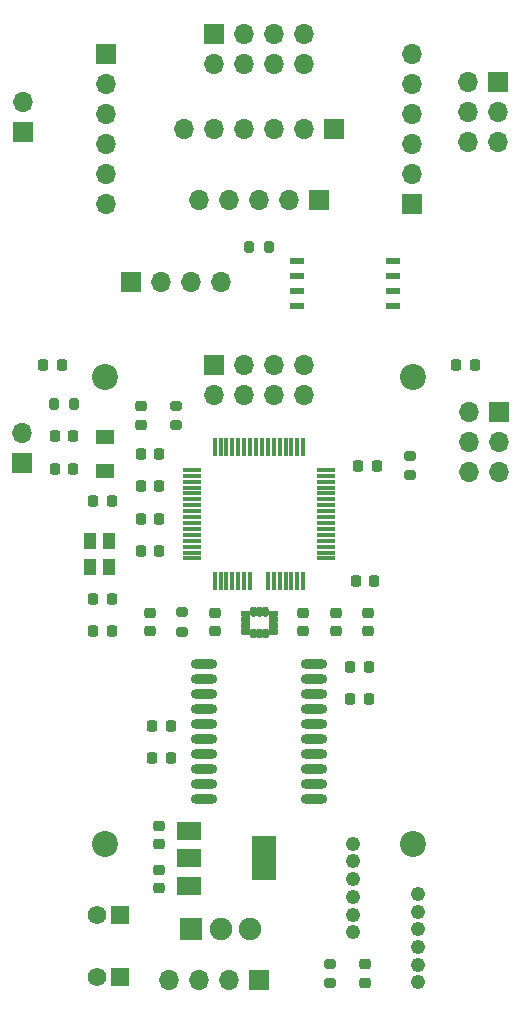
<source format=gbr>
%TF.GenerationSoftware,KiCad,Pcbnew,7.0.9*%
%TF.CreationDate,2024-01-17T13:02:15-08:00*%
%TF.ProjectId,micromouse,6d696372-6f6d-46f7-9573-652e6b696361,rev?*%
%TF.SameCoordinates,Original*%
%TF.FileFunction,Soldermask,Top*%
%TF.FilePolarity,Negative*%
%FSLAX46Y46*%
G04 Gerber Fmt 4.6, Leading zero omitted, Abs format (unit mm)*
G04 Created by KiCad (PCBNEW 7.0.9) date 2024-01-17 13:02:15*
%MOMM*%
%LPD*%
G01*
G04 APERTURE LIST*
G04 Aperture macros list*
%AMRoundRect*
0 Rectangle with rounded corners*
0 $1 Rounding radius*
0 $2 $3 $4 $5 $6 $7 $8 $9 X,Y pos of 4 corners*
0 Add a 4 corners polygon primitive as box body*
4,1,4,$2,$3,$4,$5,$6,$7,$8,$9,$2,$3,0*
0 Add four circle primitives for the rounded corners*
1,1,$1+$1,$2,$3*
1,1,$1+$1,$4,$5*
1,1,$1+$1,$6,$7*
1,1,$1+$1,$8,$9*
0 Add four rect primitives between the rounded corners*
20,1,$1+$1,$2,$3,$4,$5,0*
20,1,$1+$1,$4,$5,$6,$7,0*
20,1,$1+$1,$6,$7,$8,$9,0*
20,1,$1+$1,$8,$9,$2,$3,0*%
G04 Aperture macros list end*
%ADD10C,0.010000*%
%ADD11RoundRect,0.225000X-0.250000X0.225000X-0.250000X-0.225000X0.250000X-0.225000X0.250000X0.225000X0*%
%ADD12RoundRect,0.225000X0.225000X0.250000X-0.225000X0.250000X-0.225000X-0.250000X0.225000X-0.250000X0*%
%ADD13RoundRect,0.225000X0.250000X-0.225000X0.250000X0.225000X-0.250000X0.225000X-0.250000X-0.225000X0*%
%ADD14R,2.000000X1.500000*%
%ADD15R,2.000000X3.800000*%
%ADD16R,1.092200X1.397000*%
%ADD17R,1.700000X1.700000*%
%ADD18O,1.700000X1.700000*%
%ADD19RoundRect,0.200000X0.275000X-0.200000X0.275000X0.200000X-0.275000X0.200000X-0.275000X-0.200000X0*%
%ADD20C,2.200000*%
%ADD21R,1.900000X1.900000*%
%ADD22C,1.900000*%
%ADD23RoundRect,0.102000X-0.684000X-0.684000X0.684000X-0.684000X0.684000X0.684000X-0.684000X0.684000X0*%
%ADD24C,1.572000*%
%ADD25RoundRect,0.225000X-0.225000X-0.250000X0.225000X-0.250000X0.225000X0.250000X-0.225000X0.250000X0*%
%ADD26RoundRect,0.200000X-0.275000X0.200000X-0.275000X-0.200000X0.275000X-0.200000X0.275000X0.200000X0*%
%ADD27R,1.600200X1.168400*%
%ADD28R,1.219200X0.508000*%
%ADD29RoundRect,0.200000X-0.200000X-0.275000X0.200000X-0.275000X0.200000X0.275000X-0.200000X0.275000X0*%
%ADD30RoundRect,0.075000X-0.700000X-0.075000X0.700000X-0.075000X0.700000X0.075000X-0.700000X0.075000X0*%
%ADD31RoundRect,0.075000X-0.075000X-0.700000X0.075000X-0.700000X0.075000X0.700000X-0.075000X0.700000X0*%
%ADD32RoundRect,0.218750X0.256250X-0.218750X0.256250X0.218750X-0.256250X0.218750X-0.256250X-0.218750X0*%
%ADD33C,1.244600*%
%ADD34RoundRect,0.218750X-0.218750X-0.256250X0.218750X-0.256250X0.218750X0.256250X-0.218750X0.256250X0*%
%ADD35RoundRect,0.218750X0.218750X0.256250X-0.218750X0.256250X-0.218750X-0.256250X0.218750X-0.256250X0*%
%ADD36RoundRect,0.402000X-0.725000X0.000000X-0.725000X0.000000X0.725000X0.000000X0.725000X0.000000X0*%
G04 APERTURE END LIST*
%TO.C,U2*%
D10*
X146068000Y-107776000D02*
X146075000Y-107777000D01*
X146081000Y-107778000D01*
X146087000Y-107779000D01*
X146094000Y-107781000D01*
X146100000Y-107783000D01*
X146106000Y-107786000D01*
X146112000Y-107789000D01*
X146118000Y-107792000D01*
X146123000Y-107795000D01*
X146128000Y-107799000D01*
X146134000Y-107803000D01*
X146139000Y-107807000D01*
X146143000Y-107812000D01*
X146148000Y-107816000D01*
X146152000Y-107821000D01*
X146156000Y-107827000D01*
X146160000Y-107832000D01*
X146163000Y-107838000D01*
X146166000Y-107843000D01*
X146169000Y-107849000D01*
X146172000Y-107855000D01*
X146174000Y-107861000D01*
X146176000Y-107868000D01*
X146177000Y-107874000D01*
X146178000Y-107880000D01*
X146179000Y-107887000D01*
X146180000Y-107893000D01*
X146180000Y-107900000D01*
X146180000Y-108100000D01*
X146180000Y-108107000D01*
X146179000Y-108113000D01*
X146178000Y-108120000D01*
X146177000Y-108126000D01*
X146176000Y-108132000D01*
X146174000Y-108139000D01*
X146172000Y-108145000D01*
X146169000Y-108151000D01*
X146166000Y-108157000D01*
X146163000Y-108162000D01*
X146160000Y-108168000D01*
X146156000Y-108173000D01*
X146152000Y-108179000D01*
X146148000Y-108184000D01*
X146143000Y-108188000D01*
X146139000Y-108193000D01*
X146134000Y-108197000D01*
X146128000Y-108201000D01*
X146123000Y-108205000D01*
X146118000Y-108208000D01*
X146112000Y-108211000D01*
X146106000Y-108214000D01*
X146100000Y-108217000D01*
X146094000Y-108219000D01*
X146087000Y-108221000D01*
X146081000Y-108222000D01*
X146075000Y-108223000D01*
X146068000Y-108224000D01*
X146062000Y-108225000D01*
X146055000Y-108225000D01*
X145615000Y-108225000D01*
X145608000Y-108225000D01*
X145602000Y-108224000D01*
X145595000Y-108223000D01*
X145589000Y-108222000D01*
X145583000Y-108221000D01*
X145576000Y-108219000D01*
X145570000Y-108217000D01*
X145564000Y-108214000D01*
X145558000Y-108211000D01*
X145552000Y-108208000D01*
X145547000Y-108205000D01*
X145542000Y-108201000D01*
X145536000Y-108197000D01*
X145531000Y-108193000D01*
X145527000Y-108188000D01*
X145522000Y-108184000D01*
X145518000Y-108179000D01*
X145514000Y-108173000D01*
X145510000Y-108168000D01*
X145507000Y-108162000D01*
X145504000Y-108157000D01*
X145501000Y-108151000D01*
X145498000Y-108145000D01*
X145496000Y-108139000D01*
X145494000Y-108132000D01*
X145493000Y-108126000D01*
X145492000Y-108120000D01*
X145491000Y-108113000D01*
X145490000Y-108107000D01*
X145490000Y-108100000D01*
X145490000Y-107900000D01*
X145490000Y-107893000D01*
X145491000Y-107887000D01*
X145492000Y-107880000D01*
X145493000Y-107874000D01*
X145494000Y-107868000D01*
X145496000Y-107861000D01*
X145498000Y-107855000D01*
X145501000Y-107849000D01*
X145504000Y-107843000D01*
X145507000Y-107838000D01*
X145510000Y-107832000D01*
X145514000Y-107827000D01*
X145518000Y-107821000D01*
X145522000Y-107816000D01*
X145527000Y-107812000D01*
X145531000Y-107807000D01*
X145536000Y-107803000D01*
X145542000Y-107799000D01*
X145547000Y-107795000D01*
X145552000Y-107792000D01*
X145558000Y-107789000D01*
X145564000Y-107786000D01*
X145570000Y-107783000D01*
X145576000Y-107781000D01*
X145583000Y-107779000D01*
X145589000Y-107778000D01*
X145595000Y-107777000D01*
X145602000Y-107776000D01*
X145608000Y-107775000D01*
X145615000Y-107775000D01*
X146055000Y-107775000D01*
X146062000Y-107775000D01*
X146068000Y-107776000D01*
G36*
X146068000Y-107776000D02*
G01*
X146075000Y-107777000D01*
X146081000Y-107778000D01*
X146087000Y-107779000D01*
X146094000Y-107781000D01*
X146100000Y-107783000D01*
X146106000Y-107786000D01*
X146112000Y-107789000D01*
X146118000Y-107792000D01*
X146123000Y-107795000D01*
X146128000Y-107799000D01*
X146134000Y-107803000D01*
X146139000Y-107807000D01*
X146143000Y-107812000D01*
X146148000Y-107816000D01*
X146152000Y-107821000D01*
X146156000Y-107827000D01*
X146160000Y-107832000D01*
X146163000Y-107838000D01*
X146166000Y-107843000D01*
X146169000Y-107849000D01*
X146172000Y-107855000D01*
X146174000Y-107861000D01*
X146176000Y-107868000D01*
X146177000Y-107874000D01*
X146178000Y-107880000D01*
X146179000Y-107887000D01*
X146180000Y-107893000D01*
X146180000Y-107900000D01*
X146180000Y-108100000D01*
X146180000Y-108107000D01*
X146179000Y-108113000D01*
X146178000Y-108120000D01*
X146177000Y-108126000D01*
X146176000Y-108132000D01*
X146174000Y-108139000D01*
X146172000Y-108145000D01*
X146169000Y-108151000D01*
X146166000Y-108157000D01*
X146163000Y-108162000D01*
X146160000Y-108168000D01*
X146156000Y-108173000D01*
X146152000Y-108179000D01*
X146148000Y-108184000D01*
X146143000Y-108188000D01*
X146139000Y-108193000D01*
X146134000Y-108197000D01*
X146128000Y-108201000D01*
X146123000Y-108205000D01*
X146118000Y-108208000D01*
X146112000Y-108211000D01*
X146106000Y-108214000D01*
X146100000Y-108217000D01*
X146094000Y-108219000D01*
X146087000Y-108221000D01*
X146081000Y-108222000D01*
X146075000Y-108223000D01*
X146068000Y-108224000D01*
X146062000Y-108225000D01*
X146055000Y-108225000D01*
X145615000Y-108225000D01*
X145608000Y-108225000D01*
X145602000Y-108224000D01*
X145595000Y-108223000D01*
X145589000Y-108222000D01*
X145583000Y-108221000D01*
X145576000Y-108219000D01*
X145570000Y-108217000D01*
X145564000Y-108214000D01*
X145558000Y-108211000D01*
X145552000Y-108208000D01*
X145547000Y-108205000D01*
X145542000Y-108201000D01*
X145536000Y-108197000D01*
X145531000Y-108193000D01*
X145527000Y-108188000D01*
X145522000Y-108184000D01*
X145518000Y-108179000D01*
X145514000Y-108173000D01*
X145510000Y-108168000D01*
X145507000Y-108162000D01*
X145504000Y-108157000D01*
X145501000Y-108151000D01*
X145498000Y-108145000D01*
X145496000Y-108139000D01*
X145494000Y-108132000D01*
X145493000Y-108126000D01*
X145492000Y-108120000D01*
X145491000Y-108113000D01*
X145490000Y-108107000D01*
X145490000Y-108100000D01*
X145490000Y-107900000D01*
X145490000Y-107893000D01*
X145491000Y-107887000D01*
X145492000Y-107880000D01*
X145493000Y-107874000D01*
X145494000Y-107868000D01*
X145496000Y-107861000D01*
X145498000Y-107855000D01*
X145501000Y-107849000D01*
X145504000Y-107843000D01*
X145507000Y-107838000D01*
X145510000Y-107832000D01*
X145514000Y-107827000D01*
X145518000Y-107821000D01*
X145522000Y-107816000D01*
X145527000Y-107812000D01*
X145531000Y-107807000D01*
X145536000Y-107803000D01*
X145542000Y-107799000D01*
X145547000Y-107795000D01*
X145552000Y-107792000D01*
X145558000Y-107789000D01*
X145564000Y-107786000D01*
X145570000Y-107783000D01*
X145576000Y-107781000D01*
X145583000Y-107779000D01*
X145589000Y-107778000D01*
X145595000Y-107777000D01*
X145602000Y-107776000D01*
X145608000Y-107775000D01*
X145615000Y-107775000D01*
X146055000Y-107775000D01*
X146062000Y-107775000D01*
X146068000Y-107776000D01*
G37*
X146068000Y-108276000D02*
X146075000Y-108277000D01*
X146081000Y-108278000D01*
X146087000Y-108279000D01*
X146094000Y-108281000D01*
X146100000Y-108283000D01*
X146106000Y-108286000D01*
X146112000Y-108289000D01*
X146118000Y-108292000D01*
X146123000Y-108295000D01*
X146128000Y-108299000D01*
X146134000Y-108303000D01*
X146139000Y-108307000D01*
X146143000Y-108312000D01*
X146148000Y-108316000D01*
X146152000Y-108321000D01*
X146156000Y-108327000D01*
X146160000Y-108332000D01*
X146163000Y-108338000D01*
X146166000Y-108343000D01*
X146169000Y-108349000D01*
X146172000Y-108355000D01*
X146174000Y-108361000D01*
X146176000Y-108368000D01*
X146177000Y-108374000D01*
X146178000Y-108380000D01*
X146179000Y-108387000D01*
X146180000Y-108393000D01*
X146180000Y-108400000D01*
X146180000Y-108600000D01*
X146180000Y-108607000D01*
X146179000Y-108613000D01*
X146178000Y-108620000D01*
X146177000Y-108626000D01*
X146176000Y-108632000D01*
X146174000Y-108639000D01*
X146172000Y-108645000D01*
X146169000Y-108651000D01*
X146166000Y-108657000D01*
X146163000Y-108662000D01*
X146160000Y-108668000D01*
X146156000Y-108673000D01*
X146152000Y-108679000D01*
X146148000Y-108684000D01*
X146143000Y-108688000D01*
X146139000Y-108693000D01*
X146134000Y-108697000D01*
X146128000Y-108701000D01*
X146123000Y-108705000D01*
X146118000Y-108708000D01*
X146112000Y-108711000D01*
X146106000Y-108714000D01*
X146100000Y-108717000D01*
X146094000Y-108719000D01*
X146087000Y-108721000D01*
X146081000Y-108722000D01*
X146075000Y-108723000D01*
X146068000Y-108724000D01*
X146062000Y-108725000D01*
X146055000Y-108725000D01*
X145615000Y-108725000D01*
X145608000Y-108725000D01*
X145602000Y-108724000D01*
X145595000Y-108723000D01*
X145589000Y-108722000D01*
X145583000Y-108721000D01*
X145576000Y-108719000D01*
X145570000Y-108717000D01*
X145564000Y-108714000D01*
X145558000Y-108711000D01*
X145552000Y-108708000D01*
X145547000Y-108705000D01*
X145542000Y-108701000D01*
X145536000Y-108697000D01*
X145531000Y-108693000D01*
X145527000Y-108688000D01*
X145522000Y-108684000D01*
X145518000Y-108679000D01*
X145514000Y-108673000D01*
X145510000Y-108668000D01*
X145507000Y-108662000D01*
X145504000Y-108657000D01*
X145501000Y-108651000D01*
X145498000Y-108645000D01*
X145496000Y-108639000D01*
X145494000Y-108632000D01*
X145493000Y-108626000D01*
X145492000Y-108620000D01*
X145491000Y-108613000D01*
X145490000Y-108607000D01*
X145490000Y-108600000D01*
X145490000Y-108400000D01*
X145490000Y-108393000D01*
X145491000Y-108387000D01*
X145492000Y-108380000D01*
X145493000Y-108374000D01*
X145494000Y-108368000D01*
X145496000Y-108361000D01*
X145498000Y-108355000D01*
X145501000Y-108349000D01*
X145504000Y-108343000D01*
X145507000Y-108338000D01*
X145510000Y-108332000D01*
X145514000Y-108327000D01*
X145518000Y-108321000D01*
X145522000Y-108316000D01*
X145527000Y-108312000D01*
X145531000Y-108307000D01*
X145536000Y-108303000D01*
X145542000Y-108299000D01*
X145547000Y-108295000D01*
X145552000Y-108292000D01*
X145558000Y-108289000D01*
X145564000Y-108286000D01*
X145570000Y-108283000D01*
X145576000Y-108281000D01*
X145583000Y-108279000D01*
X145589000Y-108278000D01*
X145595000Y-108277000D01*
X145602000Y-108276000D01*
X145608000Y-108275000D01*
X145615000Y-108275000D01*
X146055000Y-108275000D01*
X146062000Y-108275000D01*
X146068000Y-108276000D01*
G36*
X146068000Y-108276000D02*
G01*
X146075000Y-108277000D01*
X146081000Y-108278000D01*
X146087000Y-108279000D01*
X146094000Y-108281000D01*
X146100000Y-108283000D01*
X146106000Y-108286000D01*
X146112000Y-108289000D01*
X146118000Y-108292000D01*
X146123000Y-108295000D01*
X146128000Y-108299000D01*
X146134000Y-108303000D01*
X146139000Y-108307000D01*
X146143000Y-108312000D01*
X146148000Y-108316000D01*
X146152000Y-108321000D01*
X146156000Y-108327000D01*
X146160000Y-108332000D01*
X146163000Y-108338000D01*
X146166000Y-108343000D01*
X146169000Y-108349000D01*
X146172000Y-108355000D01*
X146174000Y-108361000D01*
X146176000Y-108368000D01*
X146177000Y-108374000D01*
X146178000Y-108380000D01*
X146179000Y-108387000D01*
X146180000Y-108393000D01*
X146180000Y-108400000D01*
X146180000Y-108600000D01*
X146180000Y-108607000D01*
X146179000Y-108613000D01*
X146178000Y-108620000D01*
X146177000Y-108626000D01*
X146176000Y-108632000D01*
X146174000Y-108639000D01*
X146172000Y-108645000D01*
X146169000Y-108651000D01*
X146166000Y-108657000D01*
X146163000Y-108662000D01*
X146160000Y-108668000D01*
X146156000Y-108673000D01*
X146152000Y-108679000D01*
X146148000Y-108684000D01*
X146143000Y-108688000D01*
X146139000Y-108693000D01*
X146134000Y-108697000D01*
X146128000Y-108701000D01*
X146123000Y-108705000D01*
X146118000Y-108708000D01*
X146112000Y-108711000D01*
X146106000Y-108714000D01*
X146100000Y-108717000D01*
X146094000Y-108719000D01*
X146087000Y-108721000D01*
X146081000Y-108722000D01*
X146075000Y-108723000D01*
X146068000Y-108724000D01*
X146062000Y-108725000D01*
X146055000Y-108725000D01*
X145615000Y-108725000D01*
X145608000Y-108725000D01*
X145602000Y-108724000D01*
X145595000Y-108723000D01*
X145589000Y-108722000D01*
X145583000Y-108721000D01*
X145576000Y-108719000D01*
X145570000Y-108717000D01*
X145564000Y-108714000D01*
X145558000Y-108711000D01*
X145552000Y-108708000D01*
X145547000Y-108705000D01*
X145542000Y-108701000D01*
X145536000Y-108697000D01*
X145531000Y-108693000D01*
X145527000Y-108688000D01*
X145522000Y-108684000D01*
X145518000Y-108679000D01*
X145514000Y-108673000D01*
X145510000Y-108668000D01*
X145507000Y-108662000D01*
X145504000Y-108657000D01*
X145501000Y-108651000D01*
X145498000Y-108645000D01*
X145496000Y-108639000D01*
X145494000Y-108632000D01*
X145493000Y-108626000D01*
X145492000Y-108620000D01*
X145491000Y-108613000D01*
X145490000Y-108607000D01*
X145490000Y-108600000D01*
X145490000Y-108400000D01*
X145490000Y-108393000D01*
X145491000Y-108387000D01*
X145492000Y-108380000D01*
X145493000Y-108374000D01*
X145494000Y-108368000D01*
X145496000Y-108361000D01*
X145498000Y-108355000D01*
X145501000Y-108349000D01*
X145504000Y-108343000D01*
X145507000Y-108338000D01*
X145510000Y-108332000D01*
X145514000Y-108327000D01*
X145518000Y-108321000D01*
X145522000Y-108316000D01*
X145527000Y-108312000D01*
X145531000Y-108307000D01*
X145536000Y-108303000D01*
X145542000Y-108299000D01*
X145547000Y-108295000D01*
X145552000Y-108292000D01*
X145558000Y-108289000D01*
X145564000Y-108286000D01*
X145570000Y-108283000D01*
X145576000Y-108281000D01*
X145583000Y-108279000D01*
X145589000Y-108278000D01*
X145595000Y-108277000D01*
X145602000Y-108276000D01*
X145608000Y-108275000D01*
X145615000Y-108275000D01*
X146055000Y-108275000D01*
X146062000Y-108275000D01*
X146068000Y-108276000D01*
G37*
X146068000Y-108776000D02*
X146075000Y-108777000D01*
X146081000Y-108778000D01*
X146087000Y-108779000D01*
X146094000Y-108781000D01*
X146100000Y-108783000D01*
X146106000Y-108786000D01*
X146112000Y-108789000D01*
X146118000Y-108792000D01*
X146123000Y-108795000D01*
X146128000Y-108799000D01*
X146134000Y-108803000D01*
X146139000Y-108807000D01*
X146143000Y-108812000D01*
X146148000Y-108816000D01*
X146152000Y-108821000D01*
X146156000Y-108827000D01*
X146160000Y-108832000D01*
X146163000Y-108838000D01*
X146166000Y-108843000D01*
X146169000Y-108849000D01*
X146172000Y-108855000D01*
X146174000Y-108861000D01*
X146176000Y-108868000D01*
X146177000Y-108874000D01*
X146178000Y-108880000D01*
X146179000Y-108887000D01*
X146180000Y-108893000D01*
X146180000Y-108900000D01*
X146180000Y-109100000D01*
X146180000Y-109107000D01*
X146179000Y-109113000D01*
X146178000Y-109120000D01*
X146177000Y-109126000D01*
X146176000Y-109132000D01*
X146174000Y-109139000D01*
X146172000Y-109145000D01*
X146169000Y-109151000D01*
X146166000Y-109157000D01*
X146163000Y-109162000D01*
X146160000Y-109168000D01*
X146156000Y-109173000D01*
X146152000Y-109179000D01*
X146148000Y-109184000D01*
X146143000Y-109188000D01*
X146139000Y-109193000D01*
X146134000Y-109197000D01*
X146128000Y-109201000D01*
X146123000Y-109205000D01*
X146118000Y-109208000D01*
X146112000Y-109211000D01*
X146106000Y-109214000D01*
X146100000Y-109217000D01*
X146094000Y-109219000D01*
X146087000Y-109221000D01*
X146081000Y-109222000D01*
X146075000Y-109223000D01*
X146068000Y-109224000D01*
X146062000Y-109225000D01*
X146055000Y-109225000D01*
X145615000Y-109225000D01*
X145608000Y-109225000D01*
X145602000Y-109224000D01*
X145595000Y-109223000D01*
X145589000Y-109222000D01*
X145583000Y-109221000D01*
X145576000Y-109219000D01*
X145570000Y-109217000D01*
X145564000Y-109214000D01*
X145558000Y-109211000D01*
X145552000Y-109208000D01*
X145547000Y-109205000D01*
X145542000Y-109201000D01*
X145536000Y-109197000D01*
X145531000Y-109193000D01*
X145527000Y-109188000D01*
X145522000Y-109184000D01*
X145518000Y-109179000D01*
X145514000Y-109173000D01*
X145510000Y-109168000D01*
X145507000Y-109162000D01*
X145504000Y-109157000D01*
X145501000Y-109151000D01*
X145498000Y-109145000D01*
X145496000Y-109139000D01*
X145494000Y-109132000D01*
X145493000Y-109126000D01*
X145492000Y-109120000D01*
X145491000Y-109113000D01*
X145490000Y-109107000D01*
X145490000Y-109100000D01*
X145490000Y-108900000D01*
X145490000Y-108893000D01*
X145491000Y-108887000D01*
X145492000Y-108880000D01*
X145493000Y-108874000D01*
X145494000Y-108868000D01*
X145496000Y-108861000D01*
X145498000Y-108855000D01*
X145501000Y-108849000D01*
X145504000Y-108843000D01*
X145507000Y-108838000D01*
X145510000Y-108832000D01*
X145514000Y-108827000D01*
X145518000Y-108821000D01*
X145522000Y-108816000D01*
X145527000Y-108812000D01*
X145531000Y-108807000D01*
X145536000Y-108803000D01*
X145542000Y-108799000D01*
X145547000Y-108795000D01*
X145552000Y-108792000D01*
X145558000Y-108789000D01*
X145564000Y-108786000D01*
X145570000Y-108783000D01*
X145576000Y-108781000D01*
X145583000Y-108779000D01*
X145589000Y-108778000D01*
X145595000Y-108777000D01*
X145602000Y-108776000D01*
X145608000Y-108775000D01*
X145615000Y-108775000D01*
X146055000Y-108775000D01*
X146062000Y-108775000D01*
X146068000Y-108776000D01*
G36*
X146068000Y-108776000D02*
G01*
X146075000Y-108777000D01*
X146081000Y-108778000D01*
X146087000Y-108779000D01*
X146094000Y-108781000D01*
X146100000Y-108783000D01*
X146106000Y-108786000D01*
X146112000Y-108789000D01*
X146118000Y-108792000D01*
X146123000Y-108795000D01*
X146128000Y-108799000D01*
X146134000Y-108803000D01*
X146139000Y-108807000D01*
X146143000Y-108812000D01*
X146148000Y-108816000D01*
X146152000Y-108821000D01*
X146156000Y-108827000D01*
X146160000Y-108832000D01*
X146163000Y-108838000D01*
X146166000Y-108843000D01*
X146169000Y-108849000D01*
X146172000Y-108855000D01*
X146174000Y-108861000D01*
X146176000Y-108868000D01*
X146177000Y-108874000D01*
X146178000Y-108880000D01*
X146179000Y-108887000D01*
X146180000Y-108893000D01*
X146180000Y-108900000D01*
X146180000Y-109100000D01*
X146180000Y-109107000D01*
X146179000Y-109113000D01*
X146178000Y-109120000D01*
X146177000Y-109126000D01*
X146176000Y-109132000D01*
X146174000Y-109139000D01*
X146172000Y-109145000D01*
X146169000Y-109151000D01*
X146166000Y-109157000D01*
X146163000Y-109162000D01*
X146160000Y-109168000D01*
X146156000Y-109173000D01*
X146152000Y-109179000D01*
X146148000Y-109184000D01*
X146143000Y-109188000D01*
X146139000Y-109193000D01*
X146134000Y-109197000D01*
X146128000Y-109201000D01*
X146123000Y-109205000D01*
X146118000Y-109208000D01*
X146112000Y-109211000D01*
X146106000Y-109214000D01*
X146100000Y-109217000D01*
X146094000Y-109219000D01*
X146087000Y-109221000D01*
X146081000Y-109222000D01*
X146075000Y-109223000D01*
X146068000Y-109224000D01*
X146062000Y-109225000D01*
X146055000Y-109225000D01*
X145615000Y-109225000D01*
X145608000Y-109225000D01*
X145602000Y-109224000D01*
X145595000Y-109223000D01*
X145589000Y-109222000D01*
X145583000Y-109221000D01*
X145576000Y-109219000D01*
X145570000Y-109217000D01*
X145564000Y-109214000D01*
X145558000Y-109211000D01*
X145552000Y-109208000D01*
X145547000Y-109205000D01*
X145542000Y-109201000D01*
X145536000Y-109197000D01*
X145531000Y-109193000D01*
X145527000Y-109188000D01*
X145522000Y-109184000D01*
X145518000Y-109179000D01*
X145514000Y-109173000D01*
X145510000Y-109168000D01*
X145507000Y-109162000D01*
X145504000Y-109157000D01*
X145501000Y-109151000D01*
X145498000Y-109145000D01*
X145496000Y-109139000D01*
X145494000Y-109132000D01*
X145493000Y-109126000D01*
X145492000Y-109120000D01*
X145491000Y-109113000D01*
X145490000Y-109107000D01*
X145490000Y-109100000D01*
X145490000Y-108900000D01*
X145490000Y-108893000D01*
X145491000Y-108887000D01*
X145492000Y-108880000D01*
X145493000Y-108874000D01*
X145494000Y-108868000D01*
X145496000Y-108861000D01*
X145498000Y-108855000D01*
X145501000Y-108849000D01*
X145504000Y-108843000D01*
X145507000Y-108838000D01*
X145510000Y-108832000D01*
X145514000Y-108827000D01*
X145518000Y-108821000D01*
X145522000Y-108816000D01*
X145527000Y-108812000D01*
X145531000Y-108807000D01*
X145536000Y-108803000D01*
X145542000Y-108799000D01*
X145547000Y-108795000D01*
X145552000Y-108792000D01*
X145558000Y-108789000D01*
X145564000Y-108786000D01*
X145570000Y-108783000D01*
X145576000Y-108781000D01*
X145583000Y-108779000D01*
X145589000Y-108778000D01*
X145595000Y-108777000D01*
X145602000Y-108776000D01*
X145608000Y-108775000D01*
X145615000Y-108775000D01*
X146055000Y-108775000D01*
X146062000Y-108775000D01*
X146068000Y-108776000D01*
G37*
X146068000Y-109276000D02*
X146075000Y-109277000D01*
X146081000Y-109278000D01*
X146087000Y-109279000D01*
X146094000Y-109281000D01*
X146100000Y-109283000D01*
X146106000Y-109286000D01*
X146112000Y-109289000D01*
X146118000Y-109292000D01*
X146123000Y-109295000D01*
X146128000Y-109299000D01*
X146134000Y-109303000D01*
X146139000Y-109307000D01*
X146143000Y-109312000D01*
X146148000Y-109316000D01*
X146152000Y-109321000D01*
X146156000Y-109327000D01*
X146160000Y-109332000D01*
X146163000Y-109338000D01*
X146166000Y-109343000D01*
X146169000Y-109349000D01*
X146172000Y-109355000D01*
X146174000Y-109361000D01*
X146176000Y-109368000D01*
X146177000Y-109374000D01*
X146178000Y-109380000D01*
X146179000Y-109387000D01*
X146180000Y-109393000D01*
X146180000Y-109400000D01*
X146180000Y-109600000D01*
X146180000Y-109607000D01*
X146179000Y-109613000D01*
X146178000Y-109620000D01*
X146177000Y-109626000D01*
X146176000Y-109632000D01*
X146174000Y-109639000D01*
X146172000Y-109645000D01*
X146169000Y-109651000D01*
X146166000Y-109657000D01*
X146163000Y-109662000D01*
X146160000Y-109668000D01*
X146156000Y-109673000D01*
X146152000Y-109679000D01*
X146148000Y-109684000D01*
X146143000Y-109688000D01*
X146139000Y-109693000D01*
X146134000Y-109697000D01*
X146128000Y-109701000D01*
X146123000Y-109705000D01*
X146118000Y-109708000D01*
X146112000Y-109711000D01*
X146106000Y-109714000D01*
X146100000Y-109717000D01*
X146094000Y-109719000D01*
X146087000Y-109721000D01*
X146081000Y-109722000D01*
X146075000Y-109723000D01*
X146068000Y-109724000D01*
X146062000Y-109725000D01*
X146055000Y-109725000D01*
X145615000Y-109725000D01*
X145608000Y-109725000D01*
X145602000Y-109724000D01*
X145595000Y-109723000D01*
X145589000Y-109722000D01*
X145583000Y-109721000D01*
X145576000Y-109719000D01*
X145570000Y-109717000D01*
X145564000Y-109714000D01*
X145558000Y-109711000D01*
X145552000Y-109708000D01*
X145547000Y-109705000D01*
X145542000Y-109701000D01*
X145536000Y-109697000D01*
X145531000Y-109693000D01*
X145527000Y-109688000D01*
X145522000Y-109684000D01*
X145518000Y-109679000D01*
X145514000Y-109673000D01*
X145510000Y-109668000D01*
X145507000Y-109662000D01*
X145504000Y-109657000D01*
X145501000Y-109651000D01*
X145498000Y-109645000D01*
X145496000Y-109639000D01*
X145494000Y-109632000D01*
X145493000Y-109626000D01*
X145492000Y-109620000D01*
X145491000Y-109613000D01*
X145490000Y-109607000D01*
X145490000Y-109600000D01*
X145490000Y-109400000D01*
X145490000Y-109393000D01*
X145491000Y-109387000D01*
X145492000Y-109380000D01*
X145493000Y-109374000D01*
X145494000Y-109368000D01*
X145496000Y-109361000D01*
X145498000Y-109355000D01*
X145501000Y-109349000D01*
X145504000Y-109343000D01*
X145507000Y-109338000D01*
X145510000Y-109332000D01*
X145514000Y-109327000D01*
X145518000Y-109321000D01*
X145522000Y-109316000D01*
X145527000Y-109312000D01*
X145531000Y-109307000D01*
X145536000Y-109303000D01*
X145542000Y-109299000D01*
X145547000Y-109295000D01*
X145552000Y-109292000D01*
X145558000Y-109289000D01*
X145564000Y-109286000D01*
X145570000Y-109283000D01*
X145576000Y-109281000D01*
X145583000Y-109279000D01*
X145589000Y-109278000D01*
X145595000Y-109277000D01*
X145602000Y-109276000D01*
X145608000Y-109275000D01*
X145615000Y-109275000D01*
X146055000Y-109275000D01*
X146062000Y-109275000D01*
X146068000Y-109276000D01*
G36*
X146068000Y-109276000D02*
G01*
X146075000Y-109277000D01*
X146081000Y-109278000D01*
X146087000Y-109279000D01*
X146094000Y-109281000D01*
X146100000Y-109283000D01*
X146106000Y-109286000D01*
X146112000Y-109289000D01*
X146118000Y-109292000D01*
X146123000Y-109295000D01*
X146128000Y-109299000D01*
X146134000Y-109303000D01*
X146139000Y-109307000D01*
X146143000Y-109312000D01*
X146148000Y-109316000D01*
X146152000Y-109321000D01*
X146156000Y-109327000D01*
X146160000Y-109332000D01*
X146163000Y-109338000D01*
X146166000Y-109343000D01*
X146169000Y-109349000D01*
X146172000Y-109355000D01*
X146174000Y-109361000D01*
X146176000Y-109368000D01*
X146177000Y-109374000D01*
X146178000Y-109380000D01*
X146179000Y-109387000D01*
X146180000Y-109393000D01*
X146180000Y-109400000D01*
X146180000Y-109600000D01*
X146180000Y-109607000D01*
X146179000Y-109613000D01*
X146178000Y-109620000D01*
X146177000Y-109626000D01*
X146176000Y-109632000D01*
X146174000Y-109639000D01*
X146172000Y-109645000D01*
X146169000Y-109651000D01*
X146166000Y-109657000D01*
X146163000Y-109662000D01*
X146160000Y-109668000D01*
X146156000Y-109673000D01*
X146152000Y-109679000D01*
X146148000Y-109684000D01*
X146143000Y-109688000D01*
X146139000Y-109693000D01*
X146134000Y-109697000D01*
X146128000Y-109701000D01*
X146123000Y-109705000D01*
X146118000Y-109708000D01*
X146112000Y-109711000D01*
X146106000Y-109714000D01*
X146100000Y-109717000D01*
X146094000Y-109719000D01*
X146087000Y-109721000D01*
X146081000Y-109722000D01*
X146075000Y-109723000D01*
X146068000Y-109724000D01*
X146062000Y-109725000D01*
X146055000Y-109725000D01*
X145615000Y-109725000D01*
X145608000Y-109725000D01*
X145602000Y-109724000D01*
X145595000Y-109723000D01*
X145589000Y-109722000D01*
X145583000Y-109721000D01*
X145576000Y-109719000D01*
X145570000Y-109717000D01*
X145564000Y-109714000D01*
X145558000Y-109711000D01*
X145552000Y-109708000D01*
X145547000Y-109705000D01*
X145542000Y-109701000D01*
X145536000Y-109697000D01*
X145531000Y-109693000D01*
X145527000Y-109688000D01*
X145522000Y-109684000D01*
X145518000Y-109679000D01*
X145514000Y-109673000D01*
X145510000Y-109668000D01*
X145507000Y-109662000D01*
X145504000Y-109657000D01*
X145501000Y-109651000D01*
X145498000Y-109645000D01*
X145496000Y-109639000D01*
X145494000Y-109632000D01*
X145493000Y-109626000D01*
X145492000Y-109620000D01*
X145491000Y-109613000D01*
X145490000Y-109607000D01*
X145490000Y-109600000D01*
X145490000Y-109400000D01*
X145490000Y-109393000D01*
X145491000Y-109387000D01*
X145492000Y-109380000D01*
X145493000Y-109374000D01*
X145494000Y-109368000D01*
X145496000Y-109361000D01*
X145498000Y-109355000D01*
X145501000Y-109349000D01*
X145504000Y-109343000D01*
X145507000Y-109338000D01*
X145510000Y-109332000D01*
X145514000Y-109327000D01*
X145518000Y-109321000D01*
X145522000Y-109316000D01*
X145527000Y-109312000D01*
X145531000Y-109307000D01*
X145536000Y-109303000D01*
X145542000Y-109299000D01*
X145547000Y-109295000D01*
X145552000Y-109292000D01*
X145558000Y-109289000D01*
X145564000Y-109286000D01*
X145570000Y-109283000D01*
X145576000Y-109281000D01*
X145583000Y-109279000D01*
X145589000Y-109278000D01*
X145595000Y-109277000D01*
X145602000Y-109276000D01*
X145608000Y-109275000D01*
X145615000Y-109275000D01*
X146055000Y-109275000D01*
X146062000Y-109275000D01*
X146068000Y-109276000D01*
G37*
X146613000Y-107491000D02*
X146620000Y-107492000D01*
X146626000Y-107493000D01*
X146632000Y-107494000D01*
X146639000Y-107496000D01*
X146645000Y-107498000D01*
X146651000Y-107501000D01*
X146657000Y-107504000D01*
X146662000Y-107507000D01*
X146668000Y-107510000D01*
X146673000Y-107514000D01*
X146679000Y-107518000D01*
X146684000Y-107522000D01*
X146688000Y-107527000D01*
X146693000Y-107531000D01*
X146697000Y-107536000D01*
X146701000Y-107542000D01*
X146705000Y-107547000D01*
X146708000Y-107552000D01*
X146711000Y-107558000D01*
X146714000Y-107564000D01*
X146717000Y-107570000D01*
X146719000Y-107576000D01*
X146721000Y-107583000D01*
X146722000Y-107589000D01*
X146723000Y-107595000D01*
X146724000Y-107602000D01*
X146725000Y-107608000D01*
X146725000Y-107615000D01*
X146725000Y-108055000D01*
X146725000Y-108062000D01*
X146724000Y-108068000D01*
X146723000Y-108075000D01*
X146722000Y-108081000D01*
X146721000Y-108087000D01*
X146719000Y-108094000D01*
X146717000Y-108100000D01*
X146714000Y-108106000D01*
X146711000Y-108112000D01*
X146708000Y-108118000D01*
X146705000Y-108123000D01*
X146701000Y-108128000D01*
X146697000Y-108134000D01*
X146693000Y-108139000D01*
X146688000Y-108143000D01*
X146684000Y-108148000D01*
X146679000Y-108152000D01*
X146673000Y-108156000D01*
X146668000Y-108160000D01*
X146662000Y-108163000D01*
X146657000Y-108166000D01*
X146651000Y-108169000D01*
X146645000Y-108172000D01*
X146639000Y-108174000D01*
X146632000Y-108176000D01*
X146626000Y-108177000D01*
X146620000Y-108178000D01*
X146613000Y-108179000D01*
X146607000Y-108180000D01*
X146600000Y-108180000D01*
X146400000Y-108180000D01*
X146393000Y-108180000D01*
X146387000Y-108179000D01*
X146380000Y-108178000D01*
X146374000Y-108177000D01*
X146368000Y-108176000D01*
X146361000Y-108174000D01*
X146355000Y-108172000D01*
X146349000Y-108169000D01*
X146343000Y-108166000D01*
X146337000Y-108163000D01*
X146332000Y-108160000D01*
X146327000Y-108156000D01*
X146321000Y-108152000D01*
X146316000Y-108148000D01*
X146312000Y-108143000D01*
X146307000Y-108139000D01*
X146303000Y-108134000D01*
X146299000Y-108128000D01*
X146295000Y-108123000D01*
X146292000Y-108118000D01*
X146289000Y-108112000D01*
X146286000Y-108106000D01*
X146283000Y-108100000D01*
X146281000Y-108094000D01*
X146279000Y-108087000D01*
X146278000Y-108081000D01*
X146277000Y-108075000D01*
X146276000Y-108068000D01*
X146275000Y-108062000D01*
X146275000Y-108055000D01*
X146275000Y-107615000D01*
X146275000Y-107608000D01*
X146276000Y-107602000D01*
X146277000Y-107595000D01*
X146278000Y-107589000D01*
X146279000Y-107583000D01*
X146281000Y-107576000D01*
X146283000Y-107570000D01*
X146286000Y-107564000D01*
X146289000Y-107558000D01*
X146292000Y-107552000D01*
X146295000Y-107547000D01*
X146299000Y-107542000D01*
X146303000Y-107536000D01*
X146307000Y-107531000D01*
X146312000Y-107527000D01*
X146316000Y-107522000D01*
X146321000Y-107518000D01*
X146327000Y-107514000D01*
X146332000Y-107510000D01*
X146338000Y-107507000D01*
X146343000Y-107504000D01*
X146349000Y-107501000D01*
X146355000Y-107498000D01*
X146361000Y-107496000D01*
X146368000Y-107494000D01*
X146374000Y-107493000D01*
X146380000Y-107492000D01*
X146387000Y-107491000D01*
X146393000Y-107490000D01*
X146400000Y-107490000D01*
X146600000Y-107490000D01*
X146607000Y-107490000D01*
X146613000Y-107491000D01*
G36*
X146613000Y-107491000D02*
G01*
X146620000Y-107492000D01*
X146626000Y-107493000D01*
X146632000Y-107494000D01*
X146639000Y-107496000D01*
X146645000Y-107498000D01*
X146651000Y-107501000D01*
X146657000Y-107504000D01*
X146662000Y-107507000D01*
X146668000Y-107510000D01*
X146673000Y-107514000D01*
X146679000Y-107518000D01*
X146684000Y-107522000D01*
X146688000Y-107527000D01*
X146693000Y-107531000D01*
X146697000Y-107536000D01*
X146701000Y-107542000D01*
X146705000Y-107547000D01*
X146708000Y-107552000D01*
X146711000Y-107558000D01*
X146714000Y-107564000D01*
X146717000Y-107570000D01*
X146719000Y-107576000D01*
X146721000Y-107583000D01*
X146722000Y-107589000D01*
X146723000Y-107595000D01*
X146724000Y-107602000D01*
X146725000Y-107608000D01*
X146725000Y-107615000D01*
X146725000Y-108055000D01*
X146725000Y-108062000D01*
X146724000Y-108068000D01*
X146723000Y-108075000D01*
X146722000Y-108081000D01*
X146721000Y-108087000D01*
X146719000Y-108094000D01*
X146717000Y-108100000D01*
X146714000Y-108106000D01*
X146711000Y-108112000D01*
X146708000Y-108118000D01*
X146705000Y-108123000D01*
X146701000Y-108128000D01*
X146697000Y-108134000D01*
X146693000Y-108139000D01*
X146688000Y-108143000D01*
X146684000Y-108148000D01*
X146679000Y-108152000D01*
X146673000Y-108156000D01*
X146668000Y-108160000D01*
X146662000Y-108163000D01*
X146657000Y-108166000D01*
X146651000Y-108169000D01*
X146645000Y-108172000D01*
X146639000Y-108174000D01*
X146632000Y-108176000D01*
X146626000Y-108177000D01*
X146620000Y-108178000D01*
X146613000Y-108179000D01*
X146607000Y-108180000D01*
X146600000Y-108180000D01*
X146400000Y-108180000D01*
X146393000Y-108180000D01*
X146387000Y-108179000D01*
X146380000Y-108178000D01*
X146374000Y-108177000D01*
X146368000Y-108176000D01*
X146361000Y-108174000D01*
X146355000Y-108172000D01*
X146349000Y-108169000D01*
X146343000Y-108166000D01*
X146337000Y-108163000D01*
X146332000Y-108160000D01*
X146327000Y-108156000D01*
X146321000Y-108152000D01*
X146316000Y-108148000D01*
X146312000Y-108143000D01*
X146307000Y-108139000D01*
X146303000Y-108134000D01*
X146299000Y-108128000D01*
X146295000Y-108123000D01*
X146292000Y-108118000D01*
X146289000Y-108112000D01*
X146286000Y-108106000D01*
X146283000Y-108100000D01*
X146281000Y-108094000D01*
X146279000Y-108087000D01*
X146278000Y-108081000D01*
X146277000Y-108075000D01*
X146276000Y-108068000D01*
X146275000Y-108062000D01*
X146275000Y-108055000D01*
X146275000Y-107615000D01*
X146275000Y-107608000D01*
X146276000Y-107602000D01*
X146277000Y-107595000D01*
X146278000Y-107589000D01*
X146279000Y-107583000D01*
X146281000Y-107576000D01*
X146283000Y-107570000D01*
X146286000Y-107564000D01*
X146289000Y-107558000D01*
X146292000Y-107552000D01*
X146295000Y-107547000D01*
X146299000Y-107542000D01*
X146303000Y-107536000D01*
X146307000Y-107531000D01*
X146312000Y-107527000D01*
X146316000Y-107522000D01*
X146321000Y-107518000D01*
X146327000Y-107514000D01*
X146332000Y-107510000D01*
X146338000Y-107507000D01*
X146343000Y-107504000D01*
X146349000Y-107501000D01*
X146355000Y-107498000D01*
X146361000Y-107496000D01*
X146368000Y-107494000D01*
X146374000Y-107493000D01*
X146380000Y-107492000D01*
X146387000Y-107491000D01*
X146393000Y-107490000D01*
X146400000Y-107490000D01*
X146600000Y-107490000D01*
X146607000Y-107490000D01*
X146613000Y-107491000D01*
G37*
X146613000Y-109321000D02*
X146620000Y-109322000D01*
X146626000Y-109323000D01*
X146632000Y-109324000D01*
X146639000Y-109326000D01*
X146645000Y-109328000D01*
X146651000Y-109331000D01*
X146657000Y-109334000D01*
X146662000Y-109337000D01*
X146668000Y-109340000D01*
X146673000Y-109344000D01*
X146679000Y-109348000D01*
X146684000Y-109352000D01*
X146688000Y-109357000D01*
X146693000Y-109361000D01*
X146697000Y-109366000D01*
X146701000Y-109372000D01*
X146705000Y-109377000D01*
X146708000Y-109382000D01*
X146711000Y-109388000D01*
X146714000Y-109394000D01*
X146717000Y-109400000D01*
X146719000Y-109406000D01*
X146721000Y-109413000D01*
X146722000Y-109419000D01*
X146723000Y-109425000D01*
X146724000Y-109432000D01*
X146725000Y-109438000D01*
X146725000Y-109445000D01*
X146725000Y-109885000D01*
X146725000Y-109892000D01*
X146724000Y-109898000D01*
X146723000Y-109905000D01*
X146722000Y-109911000D01*
X146721000Y-109917000D01*
X146719000Y-109924000D01*
X146717000Y-109930000D01*
X146714000Y-109936000D01*
X146711000Y-109942000D01*
X146708000Y-109948000D01*
X146705000Y-109953000D01*
X146701000Y-109958000D01*
X146697000Y-109964000D01*
X146693000Y-109969000D01*
X146688000Y-109973000D01*
X146684000Y-109978000D01*
X146679000Y-109982000D01*
X146673000Y-109986000D01*
X146668000Y-109990000D01*
X146662000Y-109993000D01*
X146657000Y-109996000D01*
X146651000Y-109999000D01*
X146645000Y-110002000D01*
X146639000Y-110004000D01*
X146632000Y-110006000D01*
X146626000Y-110007000D01*
X146620000Y-110008000D01*
X146613000Y-110009000D01*
X146607000Y-110010000D01*
X146600000Y-110010000D01*
X146400000Y-110010000D01*
X146393000Y-110010000D01*
X146387000Y-110009000D01*
X146380000Y-110008000D01*
X146374000Y-110007000D01*
X146368000Y-110006000D01*
X146361000Y-110004000D01*
X146355000Y-110002000D01*
X146349000Y-109999000D01*
X146343000Y-109996000D01*
X146337000Y-109993000D01*
X146332000Y-109990000D01*
X146327000Y-109986000D01*
X146321000Y-109982000D01*
X146316000Y-109978000D01*
X146312000Y-109973000D01*
X146307000Y-109969000D01*
X146303000Y-109964000D01*
X146299000Y-109958000D01*
X146295000Y-109953000D01*
X146292000Y-109948000D01*
X146289000Y-109942000D01*
X146286000Y-109936000D01*
X146283000Y-109930000D01*
X146281000Y-109924000D01*
X146279000Y-109917000D01*
X146278000Y-109911000D01*
X146277000Y-109905000D01*
X146276000Y-109898000D01*
X146275000Y-109892000D01*
X146275000Y-109885000D01*
X146275000Y-109445000D01*
X146275000Y-109438000D01*
X146276000Y-109432000D01*
X146277000Y-109425000D01*
X146278000Y-109419000D01*
X146279000Y-109413000D01*
X146281000Y-109406000D01*
X146283000Y-109400000D01*
X146286000Y-109394000D01*
X146289000Y-109388000D01*
X146292000Y-109382000D01*
X146295000Y-109377000D01*
X146299000Y-109372000D01*
X146303000Y-109366000D01*
X146307000Y-109361000D01*
X146312000Y-109357000D01*
X146316000Y-109352000D01*
X146321000Y-109348000D01*
X146327000Y-109344000D01*
X146332000Y-109340000D01*
X146338000Y-109337000D01*
X146343000Y-109334000D01*
X146349000Y-109331000D01*
X146355000Y-109328000D01*
X146361000Y-109326000D01*
X146368000Y-109324000D01*
X146374000Y-109323000D01*
X146380000Y-109322000D01*
X146387000Y-109321000D01*
X146393000Y-109320000D01*
X146400000Y-109320000D01*
X146600000Y-109320000D01*
X146607000Y-109320000D01*
X146613000Y-109321000D01*
G36*
X146613000Y-109321000D02*
G01*
X146620000Y-109322000D01*
X146626000Y-109323000D01*
X146632000Y-109324000D01*
X146639000Y-109326000D01*
X146645000Y-109328000D01*
X146651000Y-109331000D01*
X146657000Y-109334000D01*
X146662000Y-109337000D01*
X146668000Y-109340000D01*
X146673000Y-109344000D01*
X146679000Y-109348000D01*
X146684000Y-109352000D01*
X146688000Y-109357000D01*
X146693000Y-109361000D01*
X146697000Y-109366000D01*
X146701000Y-109372000D01*
X146705000Y-109377000D01*
X146708000Y-109382000D01*
X146711000Y-109388000D01*
X146714000Y-109394000D01*
X146717000Y-109400000D01*
X146719000Y-109406000D01*
X146721000Y-109413000D01*
X146722000Y-109419000D01*
X146723000Y-109425000D01*
X146724000Y-109432000D01*
X146725000Y-109438000D01*
X146725000Y-109445000D01*
X146725000Y-109885000D01*
X146725000Y-109892000D01*
X146724000Y-109898000D01*
X146723000Y-109905000D01*
X146722000Y-109911000D01*
X146721000Y-109917000D01*
X146719000Y-109924000D01*
X146717000Y-109930000D01*
X146714000Y-109936000D01*
X146711000Y-109942000D01*
X146708000Y-109948000D01*
X146705000Y-109953000D01*
X146701000Y-109958000D01*
X146697000Y-109964000D01*
X146693000Y-109969000D01*
X146688000Y-109973000D01*
X146684000Y-109978000D01*
X146679000Y-109982000D01*
X146673000Y-109986000D01*
X146668000Y-109990000D01*
X146662000Y-109993000D01*
X146657000Y-109996000D01*
X146651000Y-109999000D01*
X146645000Y-110002000D01*
X146639000Y-110004000D01*
X146632000Y-110006000D01*
X146626000Y-110007000D01*
X146620000Y-110008000D01*
X146613000Y-110009000D01*
X146607000Y-110010000D01*
X146600000Y-110010000D01*
X146400000Y-110010000D01*
X146393000Y-110010000D01*
X146387000Y-110009000D01*
X146380000Y-110008000D01*
X146374000Y-110007000D01*
X146368000Y-110006000D01*
X146361000Y-110004000D01*
X146355000Y-110002000D01*
X146349000Y-109999000D01*
X146343000Y-109996000D01*
X146337000Y-109993000D01*
X146332000Y-109990000D01*
X146327000Y-109986000D01*
X146321000Y-109982000D01*
X146316000Y-109978000D01*
X146312000Y-109973000D01*
X146307000Y-109969000D01*
X146303000Y-109964000D01*
X146299000Y-109958000D01*
X146295000Y-109953000D01*
X146292000Y-109948000D01*
X146289000Y-109942000D01*
X146286000Y-109936000D01*
X146283000Y-109930000D01*
X146281000Y-109924000D01*
X146279000Y-109917000D01*
X146278000Y-109911000D01*
X146277000Y-109905000D01*
X146276000Y-109898000D01*
X146275000Y-109892000D01*
X146275000Y-109885000D01*
X146275000Y-109445000D01*
X146275000Y-109438000D01*
X146276000Y-109432000D01*
X146277000Y-109425000D01*
X146278000Y-109419000D01*
X146279000Y-109413000D01*
X146281000Y-109406000D01*
X146283000Y-109400000D01*
X146286000Y-109394000D01*
X146289000Y-109388000D01*
X146292000Y-109382000D01*
X146295000Y-109377000D01*
X146299000Y-109372000D01*
X146303000Y-109366000D01*
X146307000Y-109361000D01*
X146312000Y-109357000D01*
X146316000Y-109352000D01*
X146321000Y-109348000D01*
X146327000Y-109344000D01*
X146332000Y-109340000D01*
X146338000Y-109337000D01*
X146343000Y-109334000D01*
X146349000Y-109331000D01*
X146355000Y-109328000D01*
X146361000Y-109326000D01*
X146368000Y-109324000D01*
X146374000Y-109323000D01*
X146380000Y-109322000D01*
X146387000Y-109321000D01*
X146393000Y-109320000D01*
X146400000Y-109320000D01*
X146600000Y-109320000D01*
X146607000Y-109320000D01*
X146613000Y-109321000D01*
G37*
X147113000Y-107491000D02*
X147120000Y-107492000D01*
X147126000Y-107493000D01*
X147132000Y-107494000D01*
X147139000Y-107496000D01*
X147145000Y-107498000D01*
X147151000Y-107501000D01*
X147157000Y-107504000D01*
X147163000Y-107507000D01*
X147168000Y-107510000D01*
X147173000Y-107514000D01*
X147179000Y-107518000D01*
X147184000Y-107522000D01*
X147188000Y-107527000D01*
X147193000Y-107531000D01*
X147197000Y-107536000D01*
X147201000Y-107542000D01*
X147205000Y-107547000D01*
X147208000Y-107552000D01*
X147211000Y-107558000D01*
X147214000Y-107564000D01*
X147217000Y-107570000D01*
X147219000Y-107576000D01*
X147221000Y-107583000D01*
X147222000Y-107589000D01*
X147223000Y-107595000D01*
X147224000Y-107602000D01*
X147225000Y-107608000D01*
X147225000Y-107615000D01*
X147225000Y-108055000D01*
X147225000Y-108062000D01*
X147224000Y-108068000D01*
X147223000Y-108075000D01*
X147222000Y-108081000D01*
X147221000Y-108087000D01*
X147219000Y-108094000D01*
X147217000Y-108100000D01*
X147214000Y-108106000D01*
X147211000Y-108112000D01*
X147208000Y-108118000D01*
X147205000Y-108123000D01*
X147201000Y-108128000D01*
X147197000Y-108134000D01*
X147193000Y-108139000D01*
X147188000Y-108143000D01*
X147184000Y-108148000D01*
X147179000Y-108152000D01*
X147173000Y-108156000D01*
X147168000Y-108160000D01*
X147163000Y-108163000D01*
X147157000Y-108166000D01*
X147151000Y-108169000D01*
X147145000Y-108172000D01*
X147139000Y-108174000D01*
X147132000Y-108176000D01*
X147126000Y-108177000D01*
X147120000Y-108178000D01*
X147113000Y-108179000D01*
X147107000Y-108180000D01*
X147100000Y-108180000D01*
X146900000Y-108180000D01*
X146893000Y-108180000D01*
X146887000Y-108179000D01*
X146880000Y-108178000D01*
X146874000Y-108177000D01*
X146868000Y-108176000D01*
X146861000Y-108174000D01*
X146855000Y-108172000D01*
X146849000Y-108169000D01*
X146843000Y-108166000D01*
X146837000Y-108163000D01*
X146832000Y-108160000D01*
X146827000Y-108156000D01*
X146821000Y-108152000D01*
X146816000Y-108148000D01*
X146812000Y-108143000D01*
X146807000Y-108139000D01*
X146803000Y-108134000D01*
X146799000Y-108128000D01*
X146795000Y-108123000D01*
X146792000Y-108118000D01*
X146789000Y-108112000D01*
X146786000Y-108106000D01*
X146783000Y-108100000D01*
X146781000Y-108094000D01*
X146779000Y-108087000D01*
X146778000Y-108081000D01*
X146777000Y-108075000D01*
X146776000Y-108068000D01*
X146775000Y-108062000D01*
X146775000Y-108055000D01*
X146775000Y-107615000D01*
X146775000Y-107608000D01*
X146776000Y-107602000D01*
X146777000Y-107595000D01*
X146778000Y-107589000D01*
X146779000Y-107583000D01*
X146781000Y-107576000D01*
X146783000Y-107570000D01*
X146786000Y-107564000D01*
X146789000Y-107558000D01*
X146792000Y-107552000D01*
X146795000Y-107547000D01*
X146799000Y-107542000D01*
X146803000Y-107536000D01*
X146807000Y-107531000D01*
X146812000Y-107527000D01*
X146816000Y-107522000D01*
X146821000Y-107518000D01*
X146827000Y-107514000D01*
X146832000Y-107510000D01*
X146838000Y-107507000D01*
X146843000Y-107504000D01*
X146849000Y-107501000D01*
X146855000Y-107498000D01*
X146861000Y-107496000D01*
X146868000Y-107494000D01*
X146874000Y-107493000D01*
X146880000Y-107492000D01*
X146887000Y-107491000D01*
X146893000Y-107490000D01*
X146900000Y-107490000D01*
X147100000Y-107490000D01*
X147107000Y-107490000D01*
X147113000Y-107491000D01*
G36*
X147113000Y-107491000D02*
G01*
X147120000Y-107492000D01*
X147126000Y-107493000D01*
X147132000Y-107494000D01*
X147139000Y-107496000D01*
X147145000Y-107498000D01*
X147151000Y-107501000D01*
X147157000Y-107504000D01*
X147163000Y-107507000D01*
X147168000Y-107510000D01*
X147173000Y-107514000D01*
X147179000Y-107518000D01*
X147184000Y-107522000D01*
X147188000Y-107527000D01*
X147193000Y-107531000D01*
X147197000Y-107536000D01*
X147201000Y-107542000D01*
X147205000Y-107547000D01*
X147208000Y-107552000D01*
X147211000Y-107558000D01*
X147214000Y-107564000D01*
X147217000Y-107570000D01*
X147219000Y-107576000D01*
X147221000Y-107583000D01*
X147222000Y-107589000D01*
X147223000Y-107595000D01*
X147224000Y-107602000D01*
X147225000Y-107608000D01*
X147225000Y-107615000D01*
X147225000Y-108055000D01*
X147225000Y-108062000D01*
X147224000Y-108068000D01*
X147223000Y-108075000D01*
X147222000Y-108081000D01*
X147221000Y-108087000D01*
X147219000Y-108094000D01*
X147217000Y-108100000D01*
X147214000Y-108106000D01*
X147211000Y-108112000D01*
X147208000Y-108118000D01*
X147205000Y-108123000D01*
X147201000Y-108128000D01*
X147197000Y-108134000D01*
X147193000Y-108139000D01*
X147188000Y-108143000D01*
X147184000Y-108148000D01*
X147179000Y-108152000D01*
X147173000Y-108156000D01*
X147168000Y-108160000D01*
X147163000Y-108163000D01*
X147157000Y-108166000D01*
X147151000Y-108169000D01*
X147145000Y-108172000D01*
X147139000Y-108174000D01*
X147132000Y-108176000D01*
X147126000Y-108177000D01*
X147120000Y-108178000D01*
X147113000Y-108179000D01*
X147107000Y-108180000D01*
X147100000Y-108180000D01*
X146900000Y-108180000D01*
X146893000Y-108180000D01*
X146887000Y-108179000D01*
X146880000Y-108178000D01*
X146874000Y-108177000D01*
X146868000Y-108176000D01*
X146861000Y-108174000D01*
X146855000Y-108172000D01*
X146849000Y-108169000D01*
X146843000Y-108166000D01*
X146837000Y-108163000D01*
X146832000Y-108160000D01*
X146827000Y-108156000D01*
X146821000Y-108152000D01*
X146816000Y-108148000D01*
X146812000Y-108143000D01*
X146807000Y-108139000D01*
X146803000Y-108134000D01*
X146799000Y-108128000D01*
X146795000Y-108123000D01*
X146792000Y-108118000D01*
X146789000Y-108112000D01*
X146786000Y-108106000D01*
X146783000Y-108100000D01*
X146781000Y-108094000D01*
X146779000Y-108087000D01*
X146778000Y-108081000D01*
X146777000Y-108075000D01*
X146776000Y-108068000D01*
X146775000Y-108062000D01*
X146775000Y-108055000D01*
X146775000Y-107615000D01*
X146775000Y-107608000D01*
X146776000Y-107602000D01*
X146777000Y-107595000D01*
X146778000Y-107589000D01*
X146779000Y-107583000D01*
X146781000Y-107576000D01*
X146783000Y-107570000D01*
X146786000Y-107564000D01*
X146789000Y-107558000D01*
X146792000Y-107552000D01*
X146795000Y-107547000D01*
X146799000Y-107542000D01*
X146803000Y-107536000D01*
X146807000Y-107531000D01*
X146812000Y-107527000D01*
X146816000Y-107522000D01*
X146821000Y-107518000D01*
X146827000Y-107514000D01*
X146832000Y-107510000D01*
X146838000Y-107507000D01*
X146843000Y-107504000D01*
X146849000Y-107501000D01*
X146855000Y-107498000D01*
X146861000Y-107496000D01*
X146868000Y-107494000D01*
X146874000Y-107493000D01*
X146880000Y-107492000D01*
X146887000Y-107491000D01*
X146893000Y-107490000D01*
X146900000Y-107490000D01*
X147100000Y-107490000D01*
X147107000Y-107490000D01*
X147113000Y-107491000D01*
G37*
X147113000Y-109321000D02*
X147120000Y-109322000D01*
X147126000Y-109323000D01*
X147132000Y-109324000D01*
X147139000Y-109326000D01*
X147145000Y-109328000D01*
X147151000Y-109331000D01*
X147157000Y-109334000D01*
X147163000Y-109337000D01*
X147168000Y-109340000D01*
X147173000Y-109344000D01*
X147179000Y-109348000D01*
X147184000Y-109352000D01*
X147188000Y-109357000D01*
X147193000Y-109361000D01*
X147197000Y-109366000D01*
X147201000Y-109372000D01*
X147205000Y-109377000D01*
X147208000Y-109382000D01*
X147211000Y-109388000D01*
X147214000Y-109394000D01*
X147217000Y-109400000D01*
X147219000Y-109406000D01*
X147221000Y-109413000D01*
X147222000Y-109419000D01*
X147223000Y-109425000D01*
X147224000Y-109432000D01*
X147225000Y-109438000D01*
X147225000Y-109445000D01*
X147225000Y-109885000D01*
X147225000Y-109892000D01*
X147224000Y-109898000D01*
X147223000Y-109905000D01*
X147222000Y-109911000D01*
X147221000Y-109917000D01*
X147219000Y-109924000D01*
X147217000Y-109930000D01*
X147214000Y-109936000D01*
X147211000Y-109942000D01*
X147208000Y-109948000D01*
X147205000Y-109953000D01*
X147201000Y-109958000D01*
X147197000Y-109964000D01*
X147193000Y-109969000D01*
X147188000Y-109973000D01*
X147184000Y-109978000D01*
X147179000Y-109982000D01*
X147173000Y-109986000D01*
X147168000Y-109990000D01*
X147163000Y-109993000D01*
X147157000Y-109996000D01*
X147151000Y-109999000D01*
X147145000Y-110002000D01*
X147139000Y-110004000D01*
X147132000Y-110006000D01*
X147126000Y-110007000D01*
X147120000Y-110008000D01*
X147113000Y-110009000D01*
X147107000Y-110010000D01*
X147100000Y-110010000D01*
X146900000Y-110010000D01*
X146893000Y-110010000D01*
X146887000Y-110009000D01*
X146880000Y-110008000D01*
X146874000Y-110007000D01*
X146868000Y-110006000D01*
X146861000Y-110004000D01*
X146855000Y-110002000D01*
X146849000Y-109999000D01*
X146843000Y-109996000D01*
X146837000Y-109993000D01*
X146832000Y-109990000D01*
X146827000Y-109986000D01*
X146821000Y-109982000D01*
X146816000Y-109978000D01*
X146812000Y-109973000D01*
X146807000Y-109969000D01*
X146803000Y-109964000D01*
X146799000Y-109958000D01*
X146795000Y-109953000D01*
X146792000Y-109948000D01*
X146789000Y-109942000D01*
X146786000Y-109936000D01*
X146783000Y-109930000D01*
X146781000Y-109924000D01*
X146779000Y-109917000D01*
X146778000Y-109911000D01*
X146777000Y-109905000D01*
X146776000Y-109898000D01*
X146775000Y-109892000D01*
X146775000Y-109885000D01*
X146775000Y-109445000D01*
X146775000Y-109438000D01*
X146776000Y-109432000D01*
X146777000Y-109425000D01*
X146778000Y-109419000D01*
X146779000Y-109413000D01*
X146781000Y-109406000D01*
X146783000Y-109400000D01*
X146786000Y-109394000D01*
X146789000Y-109388000D01*
X146792000Y-109382000D01*
X146795000Y-109377000D01*
X146799000Y-109372000D01*
X146803000Y-109366000D01*
X146807000Y-109361000D01*
X146812000Y-109357000D01*
X146816000Y-109352000D01*
X146821000Y-109348000D01*
X146827000Y-109344000D01*
X146832000Y-109340000D01*
X146838000Y-109337000D01*
X146843000Y-109334000D01*
X146849000Y-109331000D01*
X146855000Y-109328000D01*
X146861000Y-109326000D01*
X146868000Y-109324000D01*
X146874000Y-109323000D01*
X146880000Y-109322000D01*
X146887000Y-109321000D01*
X146893000Y-109320000D01*
X146900000Y-109320000D01*
X147100000Y-109320000D01*
X147107000Y-109320000D01*
X147113000Y-109321000D01*
G36*
X147113000Y-109321000D02*
G01*
X147120000Y-109322000D01*
X147126000Y-109323000D01*
X147132000Y-109324000D01*
X147139000Y-109326000D01*
X147145000Y-109328000D01*
X147151000Y-109331000D01*
X147157000Y-109334000D01*
X147163000Y-109337000D01*
X147168000Y-109340000D01*
X147173000Y-109344000D01*
X147179000Y-109348000D01*
X147184000Y-109352000D01*
X147188000Y-109357000D01*
X147193000Y-109361000D01*
X147197000Y-109366000D01*
X147201000Y-109372000D01*
X147205000Y-109377000D01*
X147208000Y-109382000D01*
X147211000Y-109388000D01*
X147214000Y-109394000D01*
X147217000Y-109400000D01*
X147219000Y-109406000D01*
X147221000Y-109413000D01*
X147222000Y-109419000D01*
X147223000Y-109425000D01*
X147224000Y-109432000D01*
X147225000Y-109438000D01*
X147225000Y-109445000D01*
X147225000Y-109885000D01*
X147225000Y-109892000D01*
X147224000Y-109898000D01*
X147223000Y-109905000D01*
X147222000Y-109911000D01*
X147221000Y-109917000D01*
X147219000Y-109924000D01*
X147217000Y-109930000D01*
X147214000Y-109936000D01*
X147211000Y-109942000D01*
X147208000Y-109948000D01*
X147205000Y-109953000D01*
X147201000Y-109958000D01*
X147197000Y-109964000D01*
X147193000Y-109969000D01*
X147188000Y-109973000D01*
X147184000Y-109978000D01*
X147179000Y-109982000D01*
X147173000Y-109986000D01*
X147168000Y-109990000D01*
X147163000Y-109993000D01*
X147157000Y-109996000D01*
X147151000Y-109999000D01*
X147145000Y-110002000D01*
X147139000Y-110004000D01*
X147132000Y-110006000D01*
X147126000Y-110007000D01*
X147120000Y-110008000D01*
X147113000Y-110009000D01*
X147107000Y-110010000D01*
X147100000Y-110010000D01*
X146900000Y-110010000D01*
X146893000Y-110010000D01*
X146887000Y-110009000D01*
X146880000Y-110008000D01*
X146874000Y-110007000D01*
X146868000Y-110006000D01*
X146861000Y-110004000D01*
X146855000Y-110002000D01*
X146849000Y-109999000D01*
X146843000Y-109996000D01*
X146837000Y-109993000D01*
X146832000Y-109990000D01*
X146827000Y-109986000D01*
X146821000Y-109982000D01*
X146816000Y-109978000D01*
X146812000Y-109973000D01*
X146807000Y-109969000D01*
X146803000Y-109964000D01*
X146799000Y-109958000D01*
X146795000Y-109953000D01*
X146792000Y-109948000D01*
X146789000Y-109942000D01*
X146786000Y-109936000D01*
X146783000Y-109930000D01*
X146781000Y-109924000D01*
X146779000Y-109917000D01*
X146778000Y-109911000D01*
X146777000Y-109905000D01*
X146776000Y-109898000D01*
X146775000Y-109892000D01*
X146775000Y-109885000D01*
X146775000Y-109445000D01*
X146775000Y-109438000D01*
X146776000Y-109432000D01*
X146777000Y-109425000D01*
X146778000Y-109419000D01*
X146779000Y-109413000D01*
X146781000Y-109406000D01*
X146783000Y-109400000D01*
X146786000Y-109394000D01*
X146789000Y-109388000D01*
X146792000Y-109382000D01*
X146795000Y-109377000D01*
X146799000Y-109372000D01*
X146803000Y-109366000D01*
X146807000Y-109361000D01*
X146812000Y-109357000D01*
X146816000Y-109352000D01*
X146821000Y-109348000D01*
X146827000Y-109344000D01*
X146832000Y-109340000D01*
X146838000Y-109337000D01*
X146843000Y-109334000D01*
X146849000Y-109331000D01*
X146855000Y-109328000D01*
X146861000Y-109326000D01*
X146868000Y-109324000D01*
X146874000Y-109323000D01*
X146880000Y-109322000D01*
X146887000Y-109321000D01*
X146893000Y-109320000D01*
X146900000Y-109320000D01*
X147100000Y-109320000D01*
X147107000Y-109320000D01*
X147113000Y-109321000D01*
G37*
X147613000Y-107491000D02*
X147620000Y-107492000D01*
X147626000Y-107493000D01*
X147632000Y-107494000D01*
X147639000Y-107496000D01*
X147645000Y-107498000D01*
X147651000Y-107501000D01*
X147657000Y-107504000D01*
X147662000Y-107507000D01*
X147668000Y-107510000D01*
X147673000Y-107514000D01*
X147679000Y-107518000D01*
X147684000Y-107522000D01*
X147688000Y-107527000D01*
X147693000Y-107531000D01*
X147697000Y-107536000D01*
X147701000Y-107542000D01*
X147705000Y-107547000D01*
X147708000Y-107552000D01*
X147711000Y-107558000D01*
X147714000Y-107564000D01*
X147717000Y-107570000D01*
X147719000Y-107576000D01*
X147721000Y-107583000D01*
X147722000Y-107589000D01*
X147723000Y-107595000D01*
X147724000Y-107602000D01*
X147725000Y-107608000D01*
X147725000Y-107615000D01*
X147725000Y-108055000D01*
X147725000Y-108062000D01*
X147724000Y-108068000D01*
X147723000Y-108075000D01*
X147722000Y-108081000D01*
X147721000Y-108087000D01*
X147719000Y-108094000D01*
X147717000Y-108100000D01*
X147714000Y-108106000D01*
X147711000Y-108112000D01*
X147708000Y-108118000D01*
X147705000Y-108123000D01*
X147701000Y-108128000D01*
X147697000Y-108134000D01*
X147693000Y-108139000D01*
X147688000Y-108143000D01*
X147684000Y-108148000D01*
X147679000Y-108152000D01*
X147673000Y-108156000D01*
X147668000Y-108160000D01*
X147662000Y-108163000D01*
X147657000Y-108166000D01*
X147651000Y-108169000D01*
X147645000Y-108172000D01*
X147639000Y-108174000D01*
X147632000Y-108176000D01*
X147626000Y-108177000D01*
X147620000Y-108178000D01*
X147613000Y-108179000D01*
X147607000Y-108180000D01*
X147600000Y-108180000D01*
X147400000Y-108180000D01*
X147393000Y-108180000D01*
X147387000Y-108179000D01*
X147380000Y-108178000D01*
X147374000Y-108177000D01*
X147368000Y-108176000D01*
X147361000Y-108174000D01*
X147355000Y-108172000D01*
X147349000Y-108169000D01*
X147343000Y-108166000D01*
X147337000Y-108163000D01*
X147332000Y-108160000D01*
X147327000Y-108156000D01*
X147321000Y-108152000D01*
X147316000Y-108148000D01*
X147312000Y-108143000D01*
X147307000Y-108139000D01*
X147303000Y-108134000D01*
X147299000Y-108128000D01*
X147295000Y-108123000D01*
X147292000Y-108118000D01*
X147289000Y-108112000D01*
X147286000Y-108106000D01*
X147283000Y-108100000D01*
X147281000Y-108094000D01*
X147279000Y-108087000D01*
X147278000Y-108081000D01*
X147277000Y-108075000D01*
X147276000Y-108068000D01*
X147275000Y-108062000D01*
X147275000Y-108055000D01*
X147275000Y-107615000D01*
X147275000Y-107608000D01*
X147276000Y-107602000D01*
X147277000Y-107595000D01*
X147278000Y-107589000D01*
X147279000Y-107583000D01*
X147281000Y-107576000D01*
X147283000Y-107570000D01*
X147286000Y-107564000D01*
X147289000Y-107558000D01*
X147292000Y-107552000D01*
X147295000Y-107547000D01*
X147299000Y-107542000D01*
X147303000Y-107536000D01*
X147307000Y-107531000D01*
X147312000Y-107527000D01*
X147316000Y-107522000D01*
X147321000Y-107518000D01*
X147327000Y-107514000D01*
X147332000Y-107510000D01*
X147338000Y-107507000D01*
X147343000Y-107504000D01*
X147349000Y-107501000D01*
X147355000Y-107498000D01*
X147361000Y-107496000D01*
X147368000Y-107494000D01*
X147374000Y-107493000D01*
X147380000Y-107492000D01*
X147387000Y-107491000D01*
X147393000Y-107490000D01*
X147400000Y-107490000D01*
X147600000Y-107490000D01*
X147607000Y-107490000D01*
X147613000Y-107491000D01*
G36*
X147613000Y-107491000D02*
G01*
X147620000Y-107492000D01*
X147626000Y-107493000D01*
X147632000Y-107494000D01*
X147639000Y-107496000D01*
X147645000Y-107498000D01*
X147651000Y-107501000D01*
X147657000Y-107504000D01*
X147662000Y-107507000D01*
X147668000Y-107510000D01*
X147673000Y-107514000D01*
X147679000Y-107518000D01*
X147684000Y-107522000D01*
X147688000Y-107527000D01*
X147693000Y-107531000D01*
X147697000Y-107536000D01*
X147701000Y-107542000D01*
X147705000Y-107547000D01*
X147708000Y-107552000D01*
X147711000Y-107558000D01*
X147714000Y-107564000D01*
X147717000Y-107570000D01*
X147719000Y-107576000D01*
X147721000Y-107583000D01*
X147722000Y-107589000D01*
X147723000Y-107595000D01*
X147724000Y-107602000D01*
X147725000Y-107608000D01*
X147725000Y-107615000D01*
X147725000Y-108055000D01*
X147725000Y-108062000D01*
X147724000Y-108068000D01*
X147723000Y-108075000D01*
X147722000Y-108081000D01*
X147721000Y-108087000D01*
X147719000Y-108094000D01*
X147717000Y-108100000D01*
X147714000Y-108106000D01*
X147711000Y-108112000D01*
X147708000Y-108118000D01*
X147705000Y-108123000D01*
X147701000Y-108128000D01*
X147697000Y-108134000D01*
X147693000Y-108139000D01*
X147688000Y-108143000D01*
X147684000Y-108148000D01*
X147679000Y-108152000D01*
X147673000Y-108156000D01*
X147668000Y-108160000D01*
X147662000Y-108163000D01*
X147657000Y-108166000D01*
X147651000Y-108169000D01*
X147645000Y-108172000D01*
X147639000Y-108174000D01*
X147632000Y-108176000D01*
X147626000Y-108177000D01*
X147620000Y-108178000D01*
X147613000Y-108179000D01*
X147607000Y-108180000D01*
X147600000Y-108180000D01*
X147400000Y-108180000D01*
X147393000Y-108180000D01*
X147387000Y-108179000D01*
X147380000Y-108178000D01*
X147374000Y-108177000D01*
X147368000Y-108176000D01*
X147361000Y-108174000D01*
X147355000Y-108172000D01*
X147349000Y-108169000D01*
X147343000Y-108166000D01*
X147337000Y-108163000D01*
X147332000Y-108160000D01*
X147327000Y-108156000D01*
X147321000Y-108152000D01*
X147316000Y-108148000D01*
X147312000Y-108143000D01*
X147307000Y-108139000D01*
X147303000Y-108134000D01*
X147299000Y-108128000D01*
X147295000Y-108123000D01*
X147292000Y-108118000D01*
X147289000Y-108112000D01*
X147286000Y-108106000D01*
X147283000Y-108100000D01*
X147281000Y-108094000D01*
X147279000Y-108087000D01*
X147278000Y-108081000D01*
X147277000Y-108075000D01*
X147276000Y-108068000D01*
X147275000Y-108062000D01*
X147275000Y-108055000D01*
X147275000Y-107615000D01*
X147275000Y-107608000D01*
X147276000Y-107602000D01*
X147277000Y-107595000D01*
X147278000Y-107589000D01*
X147279000Y-107583000D01*
X147281000Y-107576000D01*
X147283000Y-107570000D01*
X147286000Y-107564000D01*
X147289000Y-107558000D01*
X147292000Y-107552000D01*
X147295000Y-107547000D01*
X147299000Y-107542000D01*
X147303000Y-107536000D01*
X147307000Y-107531000D01*
X147312000Y-107527000D01*
X147316000Y-107522000D01*
X147321000Y-107518000D01*
X147327000Y-107514000D01*
X147332000Y-107510000D01*
X147338000Y-107507000D01*
X147343000Y-107504000D01*
X147349000Y-107501000D01*
X147355000Y-107498000D01*
X147361000Y-107496000D01*
X147368000Y-107494000D01*
X147374000Y-107493000D01*
X147380000Y-107492000D01*
X147387000Y-107491000D01*
X147393000Y-107490000D01*
X147400000Y-107490000D01*
X147600000Y-107490000D01*
X147607000Y-107490000D01*
X147613000Y-107491000D01*
G37*
X147613000Y-109321000D02*
X147620000Y-109322000D01*
X147626000Y-109323000D01*
X147632000Y-109324000D01*
X147639000Y-109326000D01*
X147645000Y-109328000D01*
X147651000Y-109331000D01*
X147657000Y-109334000D01*
X147662000Y-109337000D01*
X147668000Y-109340000D01*
X147673000Y-109344000D01*
X147679000Y-109348000D01*
X147684000Y-109352000D01*
X147688000Y-109357000D01*
X147693000Y-109361000D01*
X147697000Y-109366000D01*
X147701000Y-109372000D01*
X147705000Y-109377000D01*
X147708000Y-109382000D01*
X147711000Y-109388000D01*
X147714000Y-109394000D01*
X147717000Y-109400000D01*
X147719000Y-109406000D01*
X147721000Y-109413000D01*
X147722000Y-109419000D01*
X147723000Y-109425000D01*
X147724000Y-109432000D01*
X147725000Y-109438000D01*
X147725000Y-109445000D01*
X147725000Y-109885000D01*
X147725000Y-109892000D01*
X147724000Y-109898000D01*
X147723000Y-109905000D01*
X147722000Y-109911000D01*
X147721000Y-109917000D01*
X147719000Y-109924000D01*
X147717000Y-109930000D01*
X147714000Y-109936000D01*
X147711000Y-109942000D01*
X147708000Y-109948000D01*
X147705000Y-109953000D01*
X147701000Y-109958000D01*
X147697000Y-109964000D01*
X147693000Y-109969000D01*
X147688000Y-109973000D01*
X147684000Y-109978000D01*
X147679000Y-109982000D01*
X147673000Y-109986000D01*
X147668000Y-109990000D01*
X147662000Y-109993000D01*
X147657000Y-109996000D01*
X147651000Y-109999000D01*
X147645000Y-110002000D01*
X147639000Y-110004000D01*
X147632000Y-110006000D01*
X147626000Y-110007000D01*
X147620000Y-110008000D01*
X147613000Y-110009000D01*
X147607000Y-110010000D01*
X147600000Y-110010000D01*
X147400000Y-110010000D01*
X147393000Y-110010000D01*
X147387000Y-110009000D01*
X147380000Y-110008000D01*
X147374000Y-110007000D01*
X147368000Y-110006000D01*
X147361000Y-110004000D01*
X147355000Y-110002000D01*
X147349000Y-109999000D01*
X147343000Y-109996000D01*
X147337000Y-109993000D01*
X147332000Y-109990000D01*
X147327000Y-109986000D01*
X147321000Y-109982000D01*
X147316000Y-109978000D01*
X147312000Y-109973000D01*
X147307000Y-109969000D01*
X147303000Y-109964000D01*
X147299000Y-109958000D01*
X147295000Y-109953000D01*
X147292000Y-109948000D01*
X147289000Y-109942000D01*
X147286000Y-109936000D01*
X147283000Y-109930000D01*
X147281000Y-109924000D01*
X147279000Y-109917000D01*
X147278000Y-109911000D01*
X147277000Y-109905000D01*
X147276000Y-109898000D01*
X147275000Y-109892000D01*
X147275000Y-109885000D01*
X147275000Y-109445000D01*
X147275000Y-109438000D01*
X147276000Y-109432000D01*
X147277000Y-109425000D01*
X147278000Y-109419000D01*
X147279000Y-109413000D01*
X147281000Y-109406000D01*
X147283000Y-109400000D01*
X147286000Y-109394000D01*
X147289000Y-109388000D01*
X147292000Y-109382000D01*
X147295000Y-109377000D01*
X147299000Y-109372000D01*
X147303000Y-109366000D01*
X147307000Y-109361000D01*
X147312000Y-109357000D01*
X147316000Y-109352000D01*
X147321000Y-109348000D01*
X147327000Y-109344000D01*
X147332000Y-109340000D01*
X147338000Y-109337000D01*
X147343000Y-109334000D01*
X147349000Y-109331000D01*
X147355000Y-109328000D01*
X147361000Y-109326000D01*
X147368000Y-109324000D01*
X147374000Y-109323000D01*
X147380000Y-109322000D01*
X147387000Y-109321000D01*
X147393000Y-109320000D01*
X147400000Y-109320000D01*
X147600000Y-109320000D01*
X147607000Y-109320000D01*
X147613000Y-109321000D01*
G36*
X147613000Y-109321000D02*
G01*
X147620000Y-109322000D01*
X147626000Y-109323000D01*
X147632000Y-109324000D01*
X147639000Y-109326000D01*
X147645000Y-109328000D01*
X147651000Y-109331000D01*
X147657000Y-109334000D01*
X147662000Y-109337000D01*
X147668000Y-109340000D01*
X147673000Y-109344000D01*
X147679000Y-109348000D01*
X147684000Y-109352000D01*
X147688000Y-109357000D01*
X147693000Y-109361000D01*
X147697000Y-109366000D01*
X147701000Y-109372000D01*
X147705000Y-109377000D01*
X147708000Y-109382000D01*
X147711000Y-109388000D01*
X147714000Y-109394000D01*
X147717000Y-109400000D01*
X147719000Y-109406000D01*
X147721000Y-109413000D01*
X147722000Y-109419000D01*
X147723000Y-109425000D01*
X147724000Y-109432000D01*
X147725000Y-109438000D01*
X147725000Y-109445000D01*
X147725000Y-109885000D01*
X147725000Y-109892000D01*
X147724000Y-109898000D01*
X147723000Y-109905000D01*
X147722000Y-109911000D01*
X147721000Y-109917000D01*
X147719000Y-109924000D01*
X147717000Y-109930000D01*
X147714000Y-109936000D01*
X147711000Y-109942000D01*
X147708000Y-109948000D01*
X147705000Y-109953000D01*
X147701000Y-109958000D01*
X147697000Y-109964000D01*
X147693000Y-109969000D01*
X147688000Y-109973000D01*
X147684000Y-109978000D01*
X147679000Y-109982000D01*
X147673000Y-109986000D01*
X147668000Y-109990000D01*
X147662000Y-109993000D01*
X147657000Y-109996000D01*
X147651000Y-109999000D01*
X147645000Y-110002000D01*
X147639000Y-110004000D01*
X147632000Y-110006000D01*
X147626000Y-110007000D01*
X147620000Y-110008000D01*
X147613000Y-110009000D01*
X147607000Y-110010000D01*
X147600000Y-110010000D01*
X147400000Y-110010000D01*
X147393000Y-110010000D01*
X147387000Y-110009000D01*
X147380000Y-110008000D01*
X147374000Y-110007000D01*
X147368000Y-110006000D01*
X147361000Y-110004000D01*
X147355000Y-110002000D01*
X147349000Y-109999000D01*
X147343000Y-109996000D01*
X147337000Y-109993000D01*
X147332000Y-109990000D01*
X147327000Y-109986000D01*
X147321000Y-109982000D01*
X147316000Y-109978000D01*
X147312000Y-109973000D01*
X147307000Y-109969000D01*
X147303000Y-109964000D01*
X147299000Y-109958000D01*
X147295000Y-109953000D01*
X147292000Y-109948000D01*
X147289000Y-109942000D01*
X147286000Y-109936000D01*
X147283000Y-109930000D01*
X147281000Y-109924000D01*
X147279000Y-109917000D01*
X147278000Y-109911000D01*
X147277000Y-109905000D01*
X147276000Y-109898000D01*
X147275000Y-109892000D01*
X147275000Y-109885000D01*
X147275000Y-109445000D01*
X147275000Y-109438000D01*
X147276000Y-109432000D01*
X147277000Y-109425000D01*
X147278000Y-109419000D01*
X147279000Y-109413000D01*
X147281000Y-109406000D01*
X147283000Y-109400000D01*
X147286000Y-109394000D01*
X147289000Y-109388000D01*
X147292000Y-109382000D01*
X147295000Y-109377000D01*
X147299000Y-109372000D01*
X147303000Y-109366000D01*
X147307000Y-109361000D01*
X147312000Y-109357000D01*
X147316000Y-109352000D01*
X147321000Y-109348000D01*
X147327000Y-109344000D01*
X147332000Y-109340000D01*
X147338000Y-109337000D01*
X147343000Y-109334000D01*
X147349000Y-109331000D01*
X147355000Y-109328000D01*
X147361000Y-109326000D01*
X147368000Y-109324000D01*
X147374000Y-109323000D01*
X147380000Y-109322000D01*
X147387000Y-109321000D01*
X147393000Y-109320000D01*
X147400000Y-109320000D01*
X147600000Y-109320000D01*
X147607000Y-109320000D01*
X147613000Y-109321000D01*
G37*
X148398000Y-107776000D02*
X148405000Y-107777000D01*
X148411000Y-107778000D01*
X148417000Y-107779000D01*
X148424000Y-107781000D01*
X148430000Y-107783000D01*
X148436000Y-107786000D01*
X148442000Y-107789000D01*
X148448000Y-107792000D01*
X148453000Y-107795000D01*
X148458000Y-107799000D01*
X148464000Y-107803000D01*
X148469000Y-107807000D01*
X148473000Y-107812000D01*
X148478000Y-107816000D01*
X148482000Y-107821000D01*
X148486000Y-107827000D01*
X148490000Y-107832000D01*
X148493000Y-107838000D01*
X148496000Y-107843000D01*
X148499000Y-107849000D01*
X148502000Y-107855000D01*
X148504000Y-107861000D01*
X148506000Y-107868000D01*
X148507000Y-107874000D01*
X148508000Y-107880000D01*
X148509000Y-107887000D01*
X148510000Y-107893000D01*
X148510000Y-107900000D01*
X148510000Y-108100000D01*
X148510000Y-108107000D01*
X148509000Y-108113000D01*
X148508000Y-108120000D01*
X148507000Y-108126000D01*
X148506000Y-108132000D01*
X148504000Y-108139000D01*
X148502000Y-108145000D01*
X148499000Y-108151000D01*
X148496000Y-108157000D01*
X148493000Y-108162000D01*
X148490000Y-108168000D01*
X148486000Y-108173000D01*
X148482000Y-108179000D01*
X148478000Y-108184000D01*
X148473000Y-108188000D01*
X148469000Y-108193000D01*
X148464000Y-108197000D01*
X148458000Y-108201000D01*
X148453000Y-108205000D01*
X148448000Y-108208000D01*
X148442000Y-108211000D01*
X148436000Y-108214000D01*
X148430000Y-108217000D01*
X148424000Y-108219000D01*
X148417000Y-108221000D01*
X148411000Y-108222000D01*
X148405000Y-108223000D01*
X148398000Y-108224000D01*
X148392000Y-108225000D01*
X148385000Y-108225000D01*
X147945000Y-108225000D01*
X147938000Y-108225000D01*
X147932000Y-108224000D01*
X147925000Y-108223000D01*
X147919000Y-108222000D01*
X147913000Y-108221000D01*
X147906000Y-108219000D01*
X147900000Y-108217000D01*
X147894000Y-108214000D01*
X147888000Y-108211000D01*
X147882000Y-108208000D01*
X147877000Y-108205000D01*
X147872000Y-108201000D01*
X147866000Y-108197000D01*
X147861000Y-108193000D01*
X147857000Y-108188000D01*
X147852000Y-108184000D01*
X147848000Y-108179000D01*
X147844000Y-108173000D01*
X147840000Y-108168000D01*
X147837000Y-108162000D01*
X147834000Y-108157000D01*
X147831000Y-108151000D01*
X147828000Y-108145000D01*
X147826000Y-108139000D01*
X147824000Y-108132000D01*
X147823000Y-108126000D01*
X147822000Y-108120000D01*
X147821000Y-108113000D01*
X147820000Y-108107000D01*
X147820000Y-108100000D01*
X147820000Y-107900000D01*
X147820000Y-107893000D01*
X147821000Y-107887000D01*
X147822000Y-107880000D01*
X147823000Y-107874000D01*
X147824000Y-107868000D01*
X147826000Y-107861000D01*
X147828000Y-107855000D01*
X147831000Y-107849000D01*
X147834000Y-107843000D01*
X147837000Y-107838000D01*
X147840000Y-107832000D01*
X147844000Y-107827000D01*
X147848000Y-107821000D01*
X147852000Y-107816000D01*
X147857000Y-107812000D01*
X147861000Y-107807000D01*
X147866000Y-107803000D01*
X147872000Y-107799000D01*
X147877000Y-107795000D01*
X147882000Y-107792000D01*
X147888000Y-107789000D01*
X147894000Y-107786000D01*
X147900000Y-107783000D01*
X147906000Y-107781000D01*
X147913000Y-107779000D01*
X147919000Y-107778000D01*
X147925000Y-107777000D01*
X147932000Y-107776000D01*
X147938000Y-107775000D01*
X147945000Y-107775000D01*
X148385000Y-107775000D01*
X148392000Y-107775000D01*
X148398000Y-107776000D01*
G36*
X148398000Y-107776000D02*
G01*
X148405000Y-107777000D01*
X148411000Y-107778000D01*
X148417000Y-107779000D01*
X148424000Y-107781000D01*
X148430000Y-107783000D01*
X148436000Y-107786000D01*
X148442000Y-107789000D01*
X148448000Y-107792000D01*
X148453000Y-107795000D01*
X148458000Y-107799000D01*
X148464000Y-107803000D01*
X148469000Y-107807000D01*
X148473000Y-107812000D01*
X148478000Y-107816000D01*
X148482000Y-107821000D01*
X148486000Y-107827000D01*
X148490000Y-107832000D01*
X148493000Y-107838000D01*
X148496000Y-107843000D01*
X148499000Y-107849000D01*
X148502000Y-107855000D01*
X148504000Y-107861000D01*
X148506000Y-107868000D01*
X148507000Y-107874000D01*
X148508000Y-107880000D01*
X148509000Y-107887000D01*
X148510000Y-107893000D01*
X148510000Y-107900000D01*
X148510000Y-108100000D01*
X148510000Y-108107000D01*
X148509000Y-108113000D01*
X148508000Y-108120000D01*
X148507000Y-108126000D01*
X148506000Y-108132000D01*
X148504000Y-108139000D01*
X148502000Y-108145000D01*
X148499000Y-108151000D01*
X148496000Y-108157000D01*
X148493000Y-108162000D01*
X148490000Y-108168000D01*
X148486000Y-108173000D01*
X148482000Y-108179000D01*
X148478000Y-108184000D01*
X148473000Y-108188000D01*
X148469000Y-108193000D01*
X148464000Y-108197000D01*
X148458000Y-108201000D01*
X148453000Y-108205000D01*
X148448000Y-108208000D01*
X148442000Y-108211000D01*
X148436000Y-108214000D01*
X148430000Y-108217000D01*
X148424000Y-108219000D01*
X148417000Y-108221000D01*
X148411000Y-108222000D01*
X148405000Y-108223000D01*
X148398000Y-108224000D01*
X148392000Y-108225000D01*
X148385000Y-108225000D01*
X147945000Y-108225000D01*
X147938000Y-108225000D01*
X147932000Y-108224000D01*
X147925000Y-108223000D01*
X147919000Y-108222000D01*
X147913000Y-108221000D01*
X147906000Y-108219000D01*
X147900000Y-108217000D01*
X147894000Y-108214000D01*
X147888000Y-108211000D01*
X147882000Y-108208000D01*
X147877000Y-108205000D01*
X147872000Y-108201000D01*
X147866000Y-108197000D01*
X147861000Y-108193000D01*
X147857000Y-108188000D01*
X147852000Y-108184000D01*
X147848000Y-108179000D01*
X147844000Y-108173000D01*
X147840000Y-108168000D01*
X147837000Y-108162000D01*
X147834000Y-108157000D01*
X147831000Y-108151000D01*
X147828000Y-108145000D01*
X147826000Y-108139000D01*
X147824000Y-108132000D01*
X147823000Y-108126000D01*
X147822000Y-108120000D01*
X147821000Y-108113000D01*
X147820000Y-108107000D01*
X147820000Y-108100000D01*
X147820000Y-107900000D01*
X147820000Y-107893000D01*
X147821000Y-107887000D01*
X147822000Y-107880000D01*
X147823000Y-107874000D01*
X147824000Y-107868000D01*
X147826000Y-107861000D01*
X147828000Y-107855000D01*
X147831000Y-107849000D01*
X147834000Y-107843000D01*
X147837000Y-107838000D01*
X147840000Y-107832000D01*
X147844000Y-107827000D01*
X147848000Y-107821000D01*
X147852000Y-107816000D01*
X147857000Y-107812000D01*
X147861000Y-107807000D01*
X147866000Y-107803000D01*
X147872000Y-107799000D01*
X147877000Y-107795000D01*
X147882000Y-107792000D01*
X147888000Y-107789000D01*
X147894000Y-107786000D01*
X147900000Y-107783000D01*
X147906000Y-107781000D01*
X147913000Y-107779000D01*
X147919000Y-107778000D01*
X147925000Y-107777000D01*
X147932000Y-107776000D01*
X147938000Y-107775000D01*
X147945000Y-107775000D01*
X148385000Y-107775000D01*
X148392000Y-107775000D01*
X148398000Y-107776000D01*
G37*
X148398000Y-108276000D02*
X148405000Y-108277000D01*
X148411000Y-108278000D01*
X148417000Y-108279000D01*
X148424000Y-108281000D01*
X148430000Y-108283000D01*
X148436000Y-108286000D01*
X148442000Y-108289000D01*
X148448000Y-108292000D01*
X148453000Y-108295000D01*
X148458000Y-108299000D01*
X148464000Y-108303000D01*
X148469000Y-108307000D01*
X148473000Y-108312000D01*
X148478000Y-108316000D01*
X148482000Y-108321000D01*
X148486000Y-108327000D01*
X148490000Y-108332000D01*
X148493000Y-108338000D01*
X148496000Y-108343000D01*
X148499000Y-108349000D01*
X148502000Y-108355000D01*
X148504000Y-108361000D01*
X148506000Y-108368000D01*
X148507000Y-108374000D01*
X148508000Y-108380000D01*
X148509000Y-108387000D01*
X148510000Y-108393000D01*
X148510000Y-108400000D01*
X148510000Y-108600000D01*
X148510000Y-108607000D01*
X148509000Y-108613000D01*
X148508000Y-108620000D01*
X148507000Y-108626000D01*
X148506000Y-108632000D01*
X148504000Y-108639000D01*
X148502000Y-108645000D01*
X148499000Y-108651000D01*
X148496000Y-108657000D01*
X148493000Y-108662000D01*
X148490000Y-108668000D01*
X148486000Y-108673000D01*
X148482000Y-108679000D01*
X148478000Y-108684000D01*
X148473000Y-108688000D01*
X148469000Y-108693000D01*
X148464000Y-108697000D01*
X148458000Y-108701000D01*
X148453000Y-108705000D01*
X148448000Y-108708000D01*
X148442000Y-108711000D01*
X148436000Y-108714000D01*
X148430000Y-108717000D01*
X148424000Y-108719000D01*
X148417000Y-108721000D01*
X148411000Y-108722000D01*
X148405000Y-108723000D01*
X148398000Y-108724000D01*
X148392000Y-108725000D01*
X148385000Y-108725000D01*
X147945000Y-108725000D01*
X147938000Y-108725000D01*
X147932000Y-108724000D01*
X147925000Y-108723000D01*
X147919000Y-108722000D01*
X147913000Y-108721000D01*
X147906000Y-108719000D01*
X147900000Y-108717000D01*
X147894000Y-108714000D01*
X147888000Y-108711000D01*
X147882000Y-108708000D01*
X147877000Y-108705000D01*
X147872000Y-108701000D01*
X147866000Y-108697000D01*
X147861000Y-108693000D01*
X147857000Y-108688000D01*
X147852000Y-108684000D01*
X147848000Y-108679000D01*
X147844000Y-108673000D01*
X147840000Y-108668000D01*
X147837000Y-108662000D01*
X147834000Y-108657000D01*
X147831000Y-108651000D01*
X147828000Y-108645000D01*
X147826000Y-108639000D01*
X147824000Y-108632000D01*
X147823000Y-108626000D01*
X147822000Y-108620000D01*
X147821000Y-108613000D01*
X147820000Y-108607000D01*
X147820000Y-108600000D01*
X147820000Y-108400000D01*
X147820000Y-108393000D01*
X147821000Y-108387000D01*
X147822000Y-108380000D01*
X147823000Y-108374000D01*
X147824000Y-108368000D01*
X147826000Y-108361000D01*
X147828000Y-108355000D01*
X147831000Y-108349000D01*
X147834000Y-108343000D01*
X147837000Y-108338000D01*
X147840000Y-108332000D01*
X147844000Y-108327000D01*
X147848000Y-108321000D01*
X147852000Y-108316000D01*
X147857000Y-108312000D01*
X147861000Y-108307000D01*
X147866000Y-108303000D01*
X147872000Y-108299000D01*
X147877000Y-108295000D01*
X147882000Y-108292000D01*
X147888000Y-108289000D01*
X147894000Y-108286000D01*
X147900000Y-108283000D01*
X147906000Y-108281000D01*
X147913000Y-108279000D01*
X147919000Y-108278000D01*
X147925000Y-108277000D01*
X147932000Y-108276000D01*
X147938000Y-108275000D01*
X147945000Y-108275000D01*
X148385000Y-108275000D01*
X148392000Y-108275000D01*
X148398000Y-108276000D01*
G36*
X148398000Y-108276000D02*
G01*
X148405000Y-108277000D01*
X148411000Y-108278000D01*
X148417000Y-108279000D01*
X148424000Y-108281000D01*
X148430000Y-108283000D01*
X148436000Y-108286000D01*
X148442000Y-108289000D01*
X148448000Y-108292000D01*
X148453000Y-108295000D01*
X148458000Y-108299000D01*
X148464000Y-108303000D01*
X148469000Y-108307000D01*
X148473000Y-108312000D01*
X148478000Y-108316000D01*
X148482000Y-108321000D01*
X148486000Y-108327000D01*
X148490000Y-108332000D01*
X148493000Y-108338000D01*
X148496000Y-108343000D01*
X148499000Y-108349000D01*
X148502000Y-108355000D01*
X148504000Y-108361000D01*
X148506000Y-108368000D01*
X148507000Y-108374000D01*
X148508000Y-108380000D01*
X148509000Y-108387000D01*
X148510000Y-108393000D01*
X148510000Y-108400000D01*
X148510000Y-108600000D01*
X148510000Y-108607000D01*
X148509000Y-108613000D01*
X148508000Y-108620000D01*
X148507000Y-108626000D01*
X148506000Y-108632000D01*
X148504000Y-108639000D01*
X148502000Y-108645000D01*
X148499000Y-108651000D01*
X148496000Y-108657000D01*
X148493000Y-108662000D01*
X148490000Y-108668000D01*
X148486000Y-108673000D01*
X148482000Y-108679000D01*
X148478000Y-108684000D01*
X148473000Y-108688000D01*
X148469000Y-108693000D01*
X148464000Y-108697000D01*
X148458000Y-108701000D01*
X148453000Y-108705000D01*
X148448000Y-108708000D01*
X148442000Y-108711000D01*
X148436000Y-108714000D01*
X148430000Y-108717000D01*
X148424000Y-108719000D01*
X148417000Y-108721000D01*
X148411000Y-108722000D01*
X148405000Y-108723000D01*
X148398000Y-108724000D01*
X148392000Y-108725000D01*
X148385000Y-108725000D01*
X147945000Y-108725000D01*
X147938000Y-108725000D01*
X147932000Y-108724000D01*
X147925000Y-108723000D01*
X147919000Y-108722000D01*
X147913000Y-108721000D01*
X147906000Y-108719000D01*
X147900000Y-108717000D01*
X147894000Y-108714000D01*
X147888000Y-108711000D01*
X147882000Y-108708000D01*
X147877000Y-108705000D01*
X147872000Y-108701000D01*
X147866000Y-108697000D01*
X147861000Y-108693000D01*
X147857000Y-108688000D01*
X147852000Y-108684000D01*
X147848000Y-108679000D01*
X147844000Y-108673000D01*
X147840000Y-108668000D01*
X147837000Y-108662000D01*
X147834000Y-108657000D01*
X147831000Y-108651000D01*
X147828000Y-108645000D01*
X147826000Y-108639000D01*
X147824000Y-108632000D01*
X147823000Y-108626000D01*
X147822000Y-108620000D01*
X147821000Y-108613000D01*
X147820000Y-108607000D01*
X147820000Y-108600000D01*
X147820000Y-108400000D01*
X147820000Y-108393000D01*
X147821000Y-108387000D01*
X147822000Y-108380000D01*
X147823000Y-108374000D01*
X147824000Y-108368000D01*
X147826000Y-108361000D01*
X147828000Y-108355000D01*
X147831000Y-108349000D01*
X147834000Y-108343000D01*
X147837000Y-108338000D01*
X147840000Y-108332000D01*
X147844000Y-108327000D01*
X147848000Y-108321000D01*
X147852000Y-108316000D01*
X147857000Y-108312000D01*
X147861000Y-108307000D01*
X147866000Y-108303000D01*
X147872000Y-108299000D01*
X147877000Y-108295000D01*
X147882000Y-108292000D01*
X147888000Y-108289000D01*
X147894000Y-108286000D01*
X147900000Y-108283000D01*
X147906000Y-108281000D01*
X147913000Y-108279000D01*
X147919000Y-108278000D01*
X147925000Y-108277000D01*
X147932000Y-108276000D01*
X147938000Y-108275000D01*
X147945000Y-108275000D01*
X148385000Y-108275000D01*
X148392000Y-108275000D01*
X148398000Y-108276000D01*
G37*
X148398000Y-108776000D02*
X148405000Y-108777000D01*
X148411000Y-108778000D01*
X148417000Y-108779000D01*
X148424000Y-108781000D01*
X148430000Y-108783000D01*
X148436000Y-108786000D01*
X148442000Y-108789000D01*
X148448000Y-108792000D01*
X148453000Y-108795000D01*
X148458000Y-108799000D01*
X148464000Y-108803000D01*
X148469000Y-108807000D01*
X148473000Y-108812000D01*
X148478000Y-108816000D01*
X148482000Y-108821000D01*
X148486000Y-108827000D01*
X148490000Y-108832000D01*
X148493000Y-108838000D01*
X148496000Y-108843000D01*
X148499000Y-108849000D01*
X148502000Y-108855000D01*
X148504000Y-108861000D01*
X148506000Y-108868000D01*
X148507000Y-108874000D01*
X148508000Y-108880000D01*
X148509000Y-108887000D01*
X148510000Y-108893000D01*
X148510000Y-108900000D01*
X148510000Y-109100000D01*
X148510000Y-109107000D01*
X148509000Y-109113000D01*
X148508000Y-109120000D01*
X148507000Y-109126000D01*
X148506000Y-109132000D01*
X148504000Y-109139000D01*
X148502000Y-109145000D01*
X148499000Y-109151000D01*
X148496000Y-109157000D01*
X148493000Y-109162000D01*
X148490000Y-109168000D01*
X148486000Y-109173000D01*
X148482000Y-109179000D01*
X148478000Y-109184000D01*
X148473000Y-109188000D01*
X148469000Y-109193000D01*
X148464000Y-109197000D01*
X148458000Y-109201000D01*
X148453000Y-109205000D01*
X148448000Y-109208000D01*
X148442000Y-109211000D01*
X148436000Y-109214000D01*
X148430000Y-109217000D01*
X148424000Y-109219000D01*
X148417000Y-109221000D01*
X148411000Y-109222000D01*
X148405000Y-109223000D01*
X148398000Y-109224000D01*
X148392000Y-109225000D01*
X148385000Y-109225000D01*
X147945000Y-109225000D01*
X147938000Y-109225000D01*
X147932000Y-109224000D01*
X147925000Y-109223000D01*
X147919000Y-109222000D01*
X147913000Y-109221000D01*
X147906000Y-109219000D01*
X147900000Y-109217000D01*
X147894000Y-109214000D01*
X147888000Y-109211000D01*
X147882000Y-109208000D01*
X147877000Y-109205000D01*
X147872000Y-109201000D01*
X147866000Y-109197000D01*
X147861000Y-109193000D01*
X147857000Y-109188000D01*
X147852000Y-109184000D01*
X147848000Y-109179000D01*
X147844000Y-109173000D01*
X147840000Y-109168000D01*
X147837000Y-109162000D01*
X147834000Y-109157000D01*
X147831000Y-109151000D01*
X147828000Y-109145000D01*
X147826000Y-109139000D01*
X147824000Y-109132000D01*
X147823000Y-109126000D01*
X147822000Y-109120000D01*
X147821000Y-109113000D01*
X147820000Y-109107000D01*
X147820000Y-109100000D01*
X147820000Y-108900000D01*
X147820000Y-108893000D01*
X147821000Y-108887000D01*
X147822000Y-108880000D01*
X147823000Y-108874000D01*
X147824000Y-108868000D01*
X147826000Y-108861000D01*
X147828000Y-108855000D01*
X147831000Y-108849000D01*
X147834000Y-108843000D01*
X147837000Y-108838000D01*
X147840000Y-108832000D01*
X147844000Y-108827000D01*
X147848000Y-108821000D01*
X147852000Y-108816000D01*
X147857000Y-108812000D01*
X147861000Y-108807000D01*
X147866000Y-108803000D01*
X147872000Y-108799000D01*
X147877000Y-108795000D01*
X147882000Y-108792000D01*
X147888000Y-108789000D01*
X147894000Y-108786000D01*
X147900000Y-108783000D01*
X147906000Y-108781000D01*
X147913000Y-108779000D01*
X147919000Y-108778000D01*
X147925000Y-108777000D01*
X147932000Y-108776000D01*
X147938000Y-108775000D01*
X147945000Y-108775000D01*
X148385000Y-108775000D01*
X148392000Y-108775000D01*
X148398000Y-108776000D01*
G36*
X148398000Y-108776000D02*
G01*
X148405000Y-108777000D01*
X148411000Y-108778000D01*
X148417000Y-108779000D01*
X148424000Y-108781000D01*
X148430000Y-108783000D01*
X148436000Y-108786000D01*
X148442000Y-108789000D01*
X148448000Y-108792000D01*
X148453000Y-108795000D01*
X148458000Y-108799000D01*
X148464000Y-108803000D01*
X148469000Y-108807000D01*
X148473000Y-108812000D01*
X148478000Y-108816000D01*
X148482000Y-108821000D01*
X148486000Y-108827000D01*
X148490000Y-108832000D01*
X148493000Y-108838000D01*
X148496000Y-108843000D01*
X148499000Y-108849000D01*
X148502000Y-108855000D01*
X148504000Y-108861000D01*
X148506000Y-108868000D01*
X148507000Y-108874000D01*
X148508000Y-108880000D01*
X148509000Y-108887000D01*
X148510000Y-108893000D01*
X148510000Y-108900000D01*
X148510000Y-109100000D01*
X148510000Y-109107000D01*
X148509000Y-109113000D01*
X148508000Y-109120000D01*
X148507000Y-109126000D01*
X148506000Y-109132000D01*
X148504000Y-109139000D01*
X148502000Y-109145000D01*
X148499000Y-109151000D01*
X148496000Y-109157000D01*
X148493000Y-109162000D01*
X148490000Y-109168000D01*
X148486000Y-109173000D01*
X148482000Y-109179000D01*
X148478000Y-109184000D01*
X148473000Y-109188000D01*
X148469000Y-109193000D01*
X148464000Y-109197000D01*
X148458000Y-109201000D01*
X148453000Y-109205000D01*
X148448000Y-109208000D01*
X148442000Y-109211000D01*
X148436000Y-109214000D01*
X148430000Y-109217000D01*
X148424000Y-109219000D01*
X148417000Y-109221000D01*
X148411000Y-109222000D01*
X148405000Y-109223000D01*
X148398000Y-109224000D01*
X148392000Y-109225000D01*
X148385000Y-109225000D01*
X147945000Y-109225000D01*
X147938000Y-109225000D01*
X147932000Y-109224000D01*
X147925000Y-109223000D01*
X147919000Y-109222000D01*
X147913000Y-109221000D01*
X147906000Y-109219000D01*
X147900000Y-109217000D01*
X147894000Y-109214000D01*
X147888000Y-109211000D01*
X147882000Y-109208000D01*
X147877000Y-109205000D01*
X147872000Y-109201000D01*
X147866000Y-109197000D01*
X147861000Y-109193000D01*
X147857000Y-109188000D01*
X147852000Y-109184000D01*
X147848000Y-109179000D01*
X147844000Y-109173000D01*
X147840000Y-109168000D01*
X147837000Y-109162000D01*
X147834000Y-109157000D01*
X147831000Y-109151000D01*
X147828000Y-109145000D01*
X147826000Y-109139000D01*
X147824000Y-109132000D01*
X147823000Y-109126000D01*
X147822000Y-109120000D01*
X147821000Y-109113000D01*
X147820000Y-109107000D01*
X147820000Y-109100000D01*
X147820000Y-108900000D01*
X147820000Y-108893000D01*
X147821000Y-108887000D01*
X147822000Y-108880000D01*
X147823000Y-108874000D01*
X147824000Y-108868000D01*
X147826000Y-108861000D01*
X147828000Y-108855000D01*
X147831000Y-108849000D01*
X147834000Y-108843000D01*
X147837000Y-108838000D01*
X147840000Y-108832000D01*
X147844000Y-108827000D01*
X147848000Y-108821000D01*
X147852000Y-108816000D01*
X147857000Y-108812000D01*
X147861000Y-108807000D01*
X147866000Y-108803000D01*
X147872000Y-108799000D01*
X147877000Y-108795000D01*
X147882000Y-108792000D01*
X147888000Y-108789000D01*
X147894000Y-108786000D01*
X147900000Y-108783000D01*
X147906000Y-108781000D01*
X147913000Y-108779000D01*
X147919000Y-108778000D01*
X147925000Y-108777000D01*
X147932000Y-108776000D01*
X147938000Y-108775000D01*
X147945000Y-108775000D01*
X148385000Y-108775000D01*
X148392000Y-108775000D01*
X148398000Y-108776000D01*
G37*
X148398000Y-109276000D02*
X148405000Y-109277000D01*
X148411000Y-109278000D01*
X148417000Y-109279000D01*
X148424000Y-109281000D01*
X148430000Y-109283000D01*
X148436000Y-109286000D01*
X148442000Y-109289000D01*
X148448000Y-109292000D01*
X148453000Y-109295000D01*
X148458000Y-109299000D01*
X148464000Y-109303000D01*
X148469000Y-109307000D01*
X148473000Y-109312000D01*
X148478000Y-109316000D01*
X148482000Y-109321000D01*
X148486000Y-109327000D01*
X148490000Y-109332000D01*
X148493000Y-109338000D01*
X148496000Y-109343000D01*
X148499000Y-109349000D01*
X148502000Y-109355000D01*
X148504000Y-109361000D01*
X148506000Y-109368000D01*
X148507000Y-109374000D01*
X148508000Y-109380000D01*
X148509000Y-109387000D01*
X148510000Y-109393000D01*
X148510000Y-109400000D01*
X148510000Y-109600000D01*
X148510000Y-109607000D01*
X148509000Y-109613000D01*
X148508000Y-109620000D01*
X148507000Y-109626000D01*
X148506000Y-109632000D01*
X148504000Y-109639000D01*
X148502000Y-109645000D01*
X148499000Y-109651000D01*
X148496000Y-109657000D01*
X148493000Y-109662000D01*
X148490000Y-109668000D01*
X148486000Y-109673000D01*
X148482000Y-109679000D01*
X148478000Y-109684000D01*
X148473000Y-109688000D01*
X148469000Y-109693000D01*
X148464000Y-109697000D01*
X148458000Y-109701000D01*
X148453000Y-109705000D01*
X148448000Y-109708000D01*
X148442000Y-109711000D01*
X148436000Y-109714000D01*
X148430000Y-109717000D01*
X148424000Y-109719000D01*
X148417000Y-109721000D01*
X148411000Y-109722000D01*
X148405000Y-109723000D01*
X148398000Y-109724000D01*
X148392000Y-109725000D01*
X148385000Y-109725000D01*
X147945000Y-109725000D01*
X147938000Y-109725000D01*
X147932000Y-109724000D01*
X147925000Y-109723000D01*
X147919000Y-109722000D01*
X147913000Y-109721000D01*
X147906000Y-109719000D01*
X147900000Y-109717000D01*
X147894000Y-109714000D01*
X147888000Y-109711000D01*
X147882000Y-109708000D01*
X147877000Y-109705000D01*
X147872000Y-109701000D01*
X147866000Y-109697000D01*
X147861000Y-109693000D01*
X147857000Y-109688000D01*
X147852000Y-109684000D01*
X147848000Y-109679000D01*
X147844000Y-109673000D01*
X147840000Y-109668000D01*
X147837000Y-109662000D01*
X147834000Y-109657000D01*
X147831000Y-109651000D01*
X147828000Y-109645000D01*
X147826000Y-109639000D01*
X147824000Y-109632000D01*
X147823000Y-109626000D01*
X147822000Y-109620000D01*
X147821000Y-109613000D01*
X147820000Y-109607000D01*
X147820000Y-109600000D01*
X147820000Y-109400000D01*
X147820000Y-109393000D01*
X147821000Y-109387000D01*
X147822000Y-109380000D01*
X147823000Y-109374000D01*
X147824000Y-109368000D01*
X147826000Y-109361000D01*
X147828000Y-109355000D01*
X147831000Y-109349000D01*
X147834000Y-109343000D01*
X147837000Y-109338000D01*
X147840000Y-109332000D01*
X147844000Y-109327000D01*
X147848000Y-109321000D01*
X147852000Y-109316000D01*
X147857000Y-109312000D01*
X147861000Y-109307000D01*
X147866000Y-109303000D01*
X147872000Y-109299000D01*
X147877000Y-109295000D01*
X147882000Y-109292000D01*
X147888000Y-109289000D01*
X147894000Y-109286000D01*
X147900000Y-109283000D01*
X147906000Y-109281000D01*
X147913000Y-109279000D01*
X147919000Y-109278000D01*
X147925000Y-109277000D01*
X147932000Y-109276000D01*
X147938000Y-109275000D01*
X147945000Y-109275000D01*
X148385000Y-109275000D01*
X148392000Y-109275000D01*
X148398000Y-109276000D01*
G36*
X148398000Y-109276000D02*
G01*
X148405000Y-109277000D01*
X148411000Y-109278000D01*
X148417000Y-109279000D01*
X148424000Y-109281000D01*
X148430000Y-109283000D01*
X148436000Y-109286000D01*
X148442000Y-109289000D01*
X148448000Y-109292000D01*
X148453000Y-109295000D01*
X148458000Y-109299000D01*
X148464000Y-109303000D01*
X148469000Y-109307000D01*
X148473000Y-109312000D01*
X148478000Y-109316000D01*
X148482000Y-109321000D01*
X148486000Y-109327000D01*
X148490000Y-109332000D01*
X148493000Y-109338000D01*
X148496000Y-109343000D01*
X148499000Y-109349000D01*
X148502000Y-109355000D01*
X148504000Y-109361000D01*
X148506000Y-109368000D01*
X148507000Y-109374000D01*
X148508000Y-109380000D01*
X148509000Y-109387000D01*
X148510000Y-109393000D01*
X148510000Y-109400000D01*
X148510000Y-109600000D01*
X148510000Y-109607000D01*
X148509000Y-109613000D01*
X148508000Y-109620000D01*
X148507000Y-109626000D01*
X148506000Y-109632000D01*
X148504000Y-109639000D01*
X148502000Y-109645000D01*
X148499000Y-109651000D01*
X148496000Y-109657000D01*
X148493000Y-109662000D01*
X148490000Y-109668000D01*
X148486000Y-109673000D01*
X148482000Y-109679000D01*
X148478000Y-109684000D01*
X148473000Y-109688000D01*
X148469000Y-109693000D01*
X148464000Y-109697000D01*
X148458000Y-109701000D01*
X148453000Y-109705000D01*
X148448000Y-109708000D01*
X148442000Y-109711000D01*
X148436000Y-109714000D01*
X148430000Y-109717000D01*
X148424000Y-109719000D01*
X148417000Y-109721000D01*
X148411000Y-109722000D01*
X148405000Y-109723000D01*
X148398000Y-109724000D01*
X148392000Y-109725000D01*
X148385000Y-109725000D01*
X147945000Y-109725000D01*
X147938000Y-109725000D01*
X147932000Y-109724000D01*
X147925000Y-109723000D01*
X147919000Y-109722000D01*
X147913000Y-109721000D01*
X147906000Y-109719000D01*
X147900000Y-109717000D01*
X147894000Y-109714000D01*
X147888000Y-109711000D01*
X147882000Y-109708000D01*
X147877000Y-109705000D01*
X147872000Y-109701000D01*
X147866000Y-109697000D01*
X147861000Y-109693000D01*
X147857000Y-109688000D01*
X147852000Y-109684000D01*
X147848000Y-109679000D01*
X147844000Y-109673000D01*
X147840000Y-109668000D01*
X147837000Y-109662000D01*
X147834000Y-109657000D01*
X147831000Y-109651000D01*
X147828000Y-109645000D01*
X147826000Y-109639000D01*
X147824000Y-109632000D01*
X147823000Y-109626000D01*
X147822000Y-109620000D01*
X147821000Y-109613000D01*
X147820000Y-109607000D01*
X147820000Y-109600000D01*
X147820000Y-109400000D01*
X147820000Y-109393000D01*
X147821000Y-109387000D01*
X147822000Y-109380000D01*
X147823000Y-109374000D01*
X147824000Y-109368000D01*
X147826000Y-109361000D01*
X147828000Y-109355000D01*
X147831000Y-109349000D01*
X147834000Y-109343000D01*
X147837000Y-109338000D01*
X147840000Y-109332000D01*
X147844000Y-109327000D01*
X147848000Y-109321000D01*
X147852000Y-109316000D01*
X147857000Y-109312000D01*
X147861000Y-109307000D01*
X147866000Y-109303000D01*
X147872000Y-109299000D01*
X147877000Y-109295000D01*
X147882000Y-109292000D01*
X147888000Y-109289000D01*
X147894000Y-109286000D01*
X147900000Y-109283000D01*
X147906000Y-109281000D01*
X147913000Y-109279000D01*
X147919000Y-109278000D01*
X147925000Y-109277000D01*
X147932000Y-109276000D01*
X147938000Y-109275000D01*
X147945000Y-109275000D01*
X148385000Y-109275000D01*
X148392000Y-109275000D01*
X148398000Y-109276000D01*
G37*
%TD*%
D11*
%TO.C,C13*%
X143250000Y-107975000D03*
X143250000Y-109525000D03*
%TD*%
D12*
%TO.C,C17*%
X156275000Y-112500000D03*
X154725000Y-112500000D03*
%TD*%
D13*
%TO.C,C21*%
X138500000Y-127525000D03*
X138500000Y-125975000D03*
%TD*%
D14*
%TO.C,U4*%
X141100000Y-126450000D03*
X141100000Y-128750000D03*
D15*
X147400000Y-128750000D03*
D14*
X141100000Y-131050000D03*
%TD*%
D16*
%TO.C,Y2*%
X132699900Y-101895100D03*
X132699900Y-104104900D03*
X134300100Y-104104900D03*
X134300100Y-101895100D03*
%TD*%
D17*
%TO.C,J3*%
X147000000Y-139025000D03*
D18*
X144460000Y-139025000D03*
X141920000Y-139025000D03*
X139380000Y-139025000D03*
%TD*%
D12*
%TO.C,C3*%
X138575000Y-94500000D03*
X137025000Y-94500000D03*
%TD*%
D19*
%TO.C,R2*%
X140000000Y-92075000D03*
X140000000Y-90425000D03*
%TD*%
D20*
%TO.C,M2*%
X160000000Y-88000000D03*
X160000000Y-127500000D03*
%TD*%
D13*
%TO.C,C22*%
X138500000Y-131275000D03*
X138500000Y-129725000D03*
%TD*%
D21*
%TO.C,SW1*%
X141250000Y-134750000D03*
D22*
X143750000Y-134750000D03*
X146250000Y-134750000D03*
%TD*%
D17*
%TO.C,J12*%
X152050000Y-73025000D03*
D18*
X149510000Y-73025000D03*
X146970000Y-73025000D03*
X144430000Y-73025000D03*
X141890000Y-73025000D03*
%TD*%
D12*
%TO.C,C19*%
X139525000Y-117500000D03*
X137975000Y-117500000D03*
%TD*%
D11*
%TO.C,C16*%
X156250000Y-107975000D03*
X156250000Y-109525000D03*
%TD*%
D12*
%TO.C,C7*%
X134525000Y-98500000D03*
X132975000Y-98500000D03*
%TD*%
D17*
%TO.C,J6*%
X167290000Y-90975000D03*
D18*
X164750000Y-90975000D03*
X167290000Y-93515000D03*
X164750000Y-93515000D03*
X167290000Y-96055000D03*
X164750000Y-96055000D03*
%TD*%
D12*
%TO.C,C9*%
X138575000Y-102750000D03*
X137025000Y-102750000D03*
%TD*%
%TO.C,C6*%
X138525000Y-97250000D03*
X136975000Y-97250000D03*
%TD*%
D23*
%TO.C,J11*%
X135250000Y-138800000D03*
D24*
X133250000Y-138800000D03*
%TD*%
D12*
%TO.C,C20*%
X139525000Y-120250000D03*
X137975000Y-120250000D03*
%TD*%
D20*
%TO.C,M1*%
X134000000Y-88000000D03*
X134000000Y-127500000D03*
%TD*%
D11*
%TO.C,C12*%
X137750000Y-107975000D03*
X137750000Y-109525000D03*
%TD*%
D12*
%TO.C,C4*%
X156975000Y-95500000D03*
X155425000Y-95500000D03*
%TD*%
D23*
%TO.C,J10*%
X135250000Y-133550000D03*
D24*
X133250000Y-133550000D03*
%TD*%
D11*
%TO.C,C15*%
X153500000Y-107975000D03*
X153500000Y-109525000D03*
%TD*%
D25*
%TO.C,C10*%
X155225000Y-105250000D03*
X156775000Y-105250000D03*
%TD*%
D12*
%TO.C,C5*%
X131275000Y-95750000D03*
X129725000Y-95750000D03*
%TD*%
D26*
%TO.C,R4*%
X140500000Y-107925000D03*
X140500000Y-109575000D03*
%TD*%
D27*
%TO.C,Y1*%
X134000000Y-95922400D03*
X134000000Y-93077600D03*
%TD*%
D28*
%TO.C,SW2*%
X150186000Y-78190000D03*
X150186000Y-79460000D03*
X150186000Y-80730000D03*
X150186000Y-82000000D03*
X158314000Y-82000000D03*
X158314000Y-80730000D03*
X158314000Y-79460000D03*
X158314000Y-78190000D03*
%TD*%
D12*
%TO.C,C18*%
X156275000Y-115250000D03*
X154725000Y-115250000D03*
%TD*%
D11*
%TO.C,C14*%
X150750000Y-107975000D03*
X150750000Y-109525000D03*
%TD*%
D17*
%TO.C,J7*%
X143200000Y-86960000D03*
D18*
X143200000Y-89500000D03*
X145740000Y-86960000D03*
X145740000Y-89500000D03*
X148280000Y-86960000D03*
X148280000Y-89500000D03*
X150820000Y-86960000D03*
X150820000Y-89500000D03*
%TD*%
D12*
%TO.C,C11*%
X134525000Y-106750000D03*
X132975000Y-106750000D03*
%TD*%
D29*
%TO.C,R6*%
X146175000Y-77000000D03*
X147825000Y-77000000D03*
%TD*%
D26*
%TO.C,R3*%
X159750000Y-94675000D03*
X159750000Y-96325000D03*
%TD*%
D30*
%TO.C,U1*%
X141325000Y-95850000D03*
X141325000Y-96350000D03*
X141325000Y-96850000D03*
X141325000Y-97350000D03*
X141325000Y-97850000D03*
X141325000Y-98350000D03*
X141325000Y-98850000D03*
X141325000Y-99350000D03*
X141325000Y-99850000D03*
X141325000Y-100350000D03*
X141325000Y-100850000D03*
X141325000Y-101350000D03*
X141325000Y-101850000D03*
X141325000Y-102350000D03*
X141325000Y-102850000D03*
X141325000Y-103350000D03*
D31*
X143250000Y-105275000D03*
X143750000Y-105275000D03*
X144250000Y-105275000D03*
X144750000Y-105275000D03*
X145250000Y-105275000D03*
X145750000Y-105275000D03*
X146250000Y-105275000D03*
X147750000Y-105275000D03*
X148250000Y-105275000D03*
X148750000Y-105275000D03*
X149250000Y-105275000D03*
X149750000Y-105275000D03*
X150250000Y-105275000D03*
X150750000Y-105275000D03*
D30*
X152675000Y-103350000D03*
X152675000Y-102850000D03*
X152675000Y-102350000D03*
X152675000Y-101850000D03*
X152675000Y-101350000D03*
X152675000Y-100850000D03*
X152675000Y-100350000D03*
X152675000Y-99850000D03*
X152675000Y-99350000D03*
X152675000Y-98850000D03*
X152675000Y-98350000D03*
X152675000Y-97850000D03*
X152675000Y-97350000D03*
X152675000Y-96850000D03*
X152675000Y-96350000D03*
X152675000Y-95850000D03*
D31*
X150750000Y-93925000D03*
X150250000Y-93925000D03*
X149750000Y-93925000D03*
X149250000Y-93925000D03*
X148750000Y-93925000D03*
X148250000Y-93925000D03*
X147750000Y-93925000D03*
X147250000Y-93925000D03*
X146750000Y-93925000D03*
X146250000Y-93925000D03*
X145750000Y-93925000D03*
X145250000Y-93925000D03*
X144750000Y-93925000D03*
X144250000Y-93925000D03*
X143750000Y-93925000D03*
X143250000Y-93925000D03*
%TD*%
D19*
%TO.C,R5*%
X153000000Y-139325000D03*
X153000000Y-137675000D03*
%TD*%
D17*
%TO.C,J1*%
X134025000Y-60675000D03*
D18*
X134025000Y-63215000D03*
X134025000Y-65755000D03*
X134025000Y-68295000D03*
X134025000Y-70835000D03*
X134025000Y-73375000D03*
%TD*%
D32*
%TO.C,D3*%
X156000000Y-139287500D03*
X156000000Y-137712500D03*
%TD*%
D17*
%TO.C,J2*%
X153325000Y-67025000D03*
D18*
X150785000Y-67025000D03*
X148245000Y-67025000D03*
X145705000Y-67025000D03*
X143165000Y-67025000D03*
X140625000Y-67025000D03*
%TD*%
D12*
%TO.C,C2*%
X131275000Y-93000000D03*
X129725000Y-93000000D03*
%TD*%
D29*
%TO.C,R1*%
X129675000Y-90250000D03*
X131325000Y-90250000D03*
%TD*%
D17*
%TO.C,J5*%
X136200000Y-79975000D03*
D18*
X138740000Y-79975000D03*
X141280000Y-79975000D03*
X143820000Y-79975000D03*
%TD*%
D33*
%TO.C,J13*%
X160500000Y-139250000D03*
X160500000Y-137750000D03*
X160500000Y-136250001D03*
X160500000Y-134749999D03*
X160500000Y-133249999D03*
X160500000Y-131750000D03*
%TD*%
D34*
%TO.C,D1*%
X128712500Y-87000000D03*
X130287500Y-87000000D03*
%TD*%
D33*
%TO.C,J9*%
X155000000Y-127500000D03*
X155000000Y-129000000D03*
X155000000Y-130499999D03*
X155000000Y-132000001D03*
X155000000Y-133500001D03*
X155000000Y-135000000D03*
%TD*%
D13*
%TO.C,C1*%
X137000000Y-92025000D03*
X137000000Y-90475000D03*
%TD*%
D35*
%TO.C,FB1*%
X134537500Y-109500000D03*
X132962500Y-109500000D03*
%TD*%
D17*
%TO.C,J4*%
X159975000Y-73325000D03*
D18*
X159975000Y-70785000D03*
X159975000Y-68245000D03*
X159975000Y-65705000D03*
X159975000Y-63165000D03*
X159975000Y-60625000D03*
%TD*%
D35*
%TO.C,D2*%
X165287500Y-87000000D03*
X163712500Y-87000000D03*
%TD*%
D36*
%TO.C,U3*%
X142345000Y-112285000D03*
X142345000Y-113555000D03*
X142345000Y-114825000D03*
X142345000Y-116095000D03*
X142345000Y-117365000D03*
X142345000Y-118635000D03*
X142345000Y-119905000D03*
X142345000Y-121175000D03*
X142345000Y-122445000D03*
X142345000Y-123715000D03*
X151655000Y-123715000D03*
X151655000Y-122445000D03*
X151655000Y-121175000D03*
X151655000Y-119905000D03*
X151655000Y-118635000D03*
X151655000Y-117365000D03*
X151655000Y-116095000D03*
X151655000Y-114825000D03*
X151655000Y-113555000D03*
X151655000Y-112285000D03*
%TD*%
D17*
%TO.C,J8*%
X126975000Y-95250000D03*
D18*
X126975000Y-92710000D03*
%TD*%
D12*
%TO.C,C8*%
X138575000Y-100000000D03*
X137025000Y-100000000D03*
%TD*%
D17*
%TO.C,J15*%
X167275000Y-62975001D03*
D18*
X164735000Y-62975001D03*
X167275000Y-65515001D03*
X164735000Y-65515001D03*
X167275000Y-68055001D03*
X164735000Y-68055001D03*
%TD*%
D17*
%TO.C,J14*%
X143200000Y-58975001D03*
D18*
X143200000Y-61515001D03*
X145740000Y-58975001D03*
X145740000Y-61515001D03*
X148280000Y-58975001D03*
X148280000Y-61515001D03*
X150820000Y-58975001D03*
X150820000Y-61515001D03*
%TD*%
D17*
%TO.C,J16*%
X127000000Y-67275001D03*
D18*
X127000000Y-64735001D03*
%TD*%
M02*

</source>
